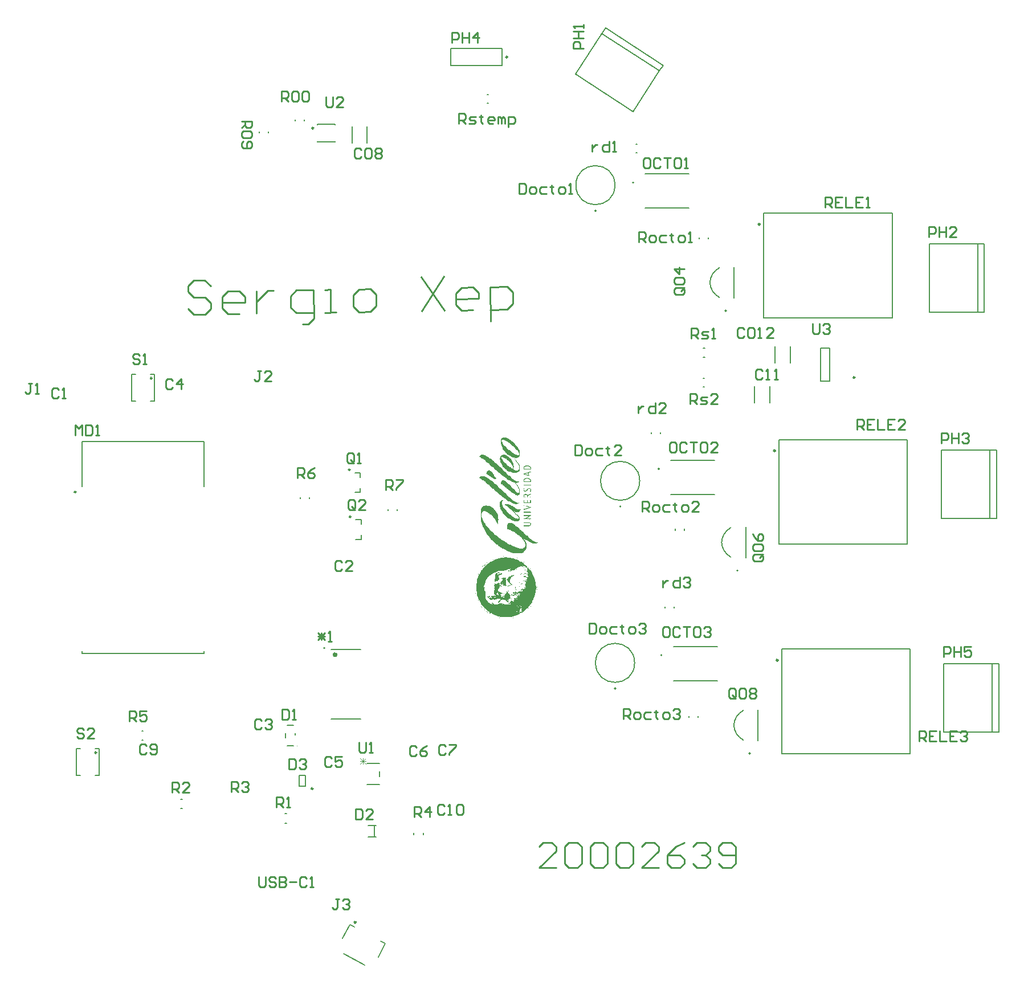
<source format=gto>
G04*
G04 #@! TF.GenerationSoftware,Altium Limited,Altium Designer,25.5.2 (35)*
G04*
G04 Layer_Color=65535*
%FSLAX44Y44*%
%MOMM*%
G71*
G04*
G04 #@! TF.SameCoordinates,1C876D45-0CCD-4BF8-8A60-7BCD78DFC47F*
G04*
G04*
G04 #@! TF.FilePolarity,Positive*
G04*
G01*
G75*
%ADD10C,0.2500*%
%ADD11C,0.1270*%
%ADD12C,0.2000*%
%ADD13C,0.3000*%
%ADD14C,0.1000*%
%ADD15C,0.1524*%
%ADD16C,0.2540*%
%ADD17C,0.0762*%
G36*
X1112590Y895859D02*
X1115579D01*
Y895112D01*
X1117074D01*
Y894365D01*
X1118568D01*
Y893618D01*
X1119316D01*
Y892870D01*
X1120810D01*
Y892123D01*
X1121557D01*
Y891376D01*
X1123052D01*
Y890629D01*
X1123799D01*
Y889881D01*
X1124547D01*
Y889134D01*
X1125294D01*
Y888387D01*
X1126041D01*
Y887639D01*
X1126788D01*
Y886892D01*
X1127535D01*
Y886145D01*
X1128283D01*
Y885398D01*
X1129030D01*
Y884650D01*
X1129777D01*
Y883903D01*
X1130525D01*
Y882409D01*
X1131272D01*
Y881662D01*
X1132019D01*
Y880167D01*
X1132766D01*
Y878672D01*
X1133513D01*
Y877178D01*
X1134261D01*
Y874189D01*
X1135008D01*
Y869705D01*
X1134261D01*
Y868211D01*
X1133513D01*
Y867464D01*
X1132766D01*
Y866716D01*
X1131272D01*
Y865969D01*
X1126788D01*
Y866716D01*
X1123799D01*
Y867464D01*
X1122305D01*
Y868211D01*
X1120810D01*
Y868958D01*
X1119316D01*
Y869705D01*
X1117821D01*
Y870453D01*
X1117074D01*
Y871200D01*
X1116327D01*
Y871947D01*
X1115579D01*
Y872694D01*
X1114832D01*
Y873442D01*
X1113338D01*
Y874936D01*
X1112590D01*
Y875683D01*
X1111843D01*
Y876431D01*
X1111096D01*
Y877178D01*
X1110349D01*
Y878672D01*
X1109601D01*
Y880167D01*
X1108854D01*
Y881662D01*
X1108107D01*
Y883156D01*
X1107360D01*
Y886145D01*
X1106612D01*
Y893618D01*
X1107360D01*
Y895112D01*
X1108854D01*
Y895859D01*
X1110349D01*
Y896607D01*
X1112590D01*
Y895859D01*
D02*
G37*
G36*
X1148459Y854013D02*
X1149953D01*
Y853266D01*
X1150700D01*
Y851771D01*
X1151448D01*
Y848782D01*
X1140239D01*
Y851771D01*
X1140986D01*
Y853266D01*
X1141733D01*
Y854013D01*
X1143228D01*
Y854760D01*
X1148459D01*
Y854013D01*
D02*
G37*
G36*
X1113338Y869705D02*
X1114832D01*
Y868958D01*
X1116327D01*
Y868211D01*
X1117821D01*
Y867464D01*
X1118568D01*
Y866716D01*
X1119316D01*
Y865969D01*
X1120063D01*
Y865222D01*
X1120810D01*
Y864475D01*
X1121557D01*
Y863727D01*
X1122305D01*
Y862980D01*
X1123052D01*
Y861486D01*
X1123799D01*
Y859991D01*
X1124547D01*
Y857749D01*
X1125294D01*
Y854013D01*
X1126041D01*
Y851771D01*
X1125294D01*
Y848782D01*
X1126041D01*
Y848035D01*
X1128283D01*
Y847288D01*
X1132019D01*
Y848035D01*
X1132766D01*
Y848782D01*
X1133513D01*
Y854760D01*
X1132766D01*
Y856255D01*
X1132019D01*
Y857749D01*
X1131272D01*
Y858496D01*
X1130525D01*
Y859244D01*
Y859991D01*
X1129777D01*
Y860738D01*
X1129030D01*
Y862233D01*
X1128283D01*
Y862980D01*
X1127535D01*
Y863727D01*
X1126788D01*
Y864475D01*
X1127535D01*
Y863727D01*
X1128283D01*
Y862980D01*
X1129030D01*
Y862233D01*
X1129777D01*
Y861486D01*
X1130525D01*
Y859991D01*
X1131272D01*
Y859244D01*
X1132019D01*
Y857749D01*
X1132766D01*
Y857002D01*
X1133513D01*
Y855508D01*
X1134261D01*
Y852518D01*
X1135008D01*
Y848782D01*
X1134261D01*
Y846540D01*
X1133513D01*
Y845793D01*
X1132766D01*
Y845046D01*
X1132019D01*
Y844299D01*
X1130525D01*
Y843551D01*
X1123799D01*
Y844299D01*
X1121557D01*
Y845046D01*
X1119316D01*
Y845793D01*
X1117821D01*
Y846540D01*
X1116327D01*
Y847288D01*
X1115579D01*
Y848035D01*
X1114832D01*
Y848782D01*
X1113338D01*
Y849529D01*
X1112590D01*
Y850277D01*
X1111843D01*
Y851024D01*
X1111096D01*
Y851771D01*
X1110349D01*
Y852518D01*
X1109601D01*
Y854013D01*
X1108854D01*
Y854760D01*
X1108107D01*
Y856255D01*
X1107360D01*
Y857749D01*
X1106612D01*
Y859244D01*
X1105865D01*
Y862980D01*
X1105118D01*
Y865969D01*
X1105865D01*
Y868211D01*
X1106612D01*
Y868958D01*
X1107360D01*
Y869705D01*
X1108854D01*
Y870453D01*
X1113338D01*
Y869705D01*
D02*
G37*
G36*
X1151448Y844299D02*
X1149206D01*
Y843551D01*
X1148459D01*
Y840562D01*
X1149206D01*
Y839815D01*
X1151448D01*
Y839068D01*
X1148459D01*
Y839815D01*
X1145470D01*
Y840562D01*
X1143228D01*
Y841310D01*
X1140986D01*
Y842804D01*
X1143228D01*
Y843551D01*
X1146217D01*
Y844299D01*
X1148459D01*
Y845046D01*
X1151448D01*
Y844299D01*
D02*
G37*
G36*
X1089425Y847288D02*
X1090920D01*
Y846540D01*
X1092414D01*
Y845046D01*
X1093162D01*
Y844299D01*
X1093909D01*
Y843551D01*
X1094656D01*
Y842057D01*
X1095404D01*
Y841310D01*
X1096151D01*
Y839815D01*
X1096898D01*
Y838321D01*
X1097645D01*
Y837573D01*
X1098392D01*
Y836826D01*
X1099140D01*
Y836079D01*
X1099887D01*
Y835332D01*
X1099140D01*
Y834584D01*
X1096898D01*
Y835332D01*
X1094656D01*
Y836079D01*
X1093909D01*
Y836826D01*
X1092414D01*
Y837573D01*
X1091667D01*
Y838321D01*
X1090173D01*
Y839068D01*
X1089425D01*
Y839815D01*
X1088678D01*
Y840562D01*
X1087184D01*
Y841310D01*
X1086436D01*
Y842057D01*
X1084942D01*
Y842804D01*
X1085689D01*
Y845046D01*
X1086436D01*
Y846540D01*
X1087184D01*
Y847288D01*
X1088678D01*
Y848035D01*
X1089425D01*
Y847288D01*
D02*
G37*
G36*
X1148459Y835332D02*
X1149953D01*
Y834584D01*
X1150700D01*
Y833837D01*
X1151448D01*
Y830101D01*
X1140239D01*
Y833090D01*
X1140986D01*
Y834584D01*
X1141733D01*
Y835332D01*
X1143228D01*
Y836079D01*
X1148459D01*
Y835332D01*
D02*
G37*
G36*
X1151448Y824870D02*
X1140986D01*
Y825617D01*
X1151448D01*
Y824870D01*
D02*
G37*
G36*
X1149953Y820387D02*
X1150700D01*
Y819639D01*
X1151448D01*
Y815903D01*
X1149953D01*
Y817398D01*
X1150700D01*
Y818892D01*
X1149953D01*
Y819639D01*
X1149206D01*
Y820387D01*
X1148459D01*
Y819639D01*
X1146964D01*
Y818892D01*
X1146217D01*
Y817398D01*
X1145470D01*
Y816650D01*
X1143975D01*
Y815903D01*
X1141733D01*
Y816650D01*
X1140986D01*
Y817398D01*
X1140239D01*
Y820387D01*
X1140986D01*
Y821134D01*
X1141733D01*
Y818892D01*
X1140986D01*
Y818145D01*
X1141733D01*
Y817398D01*
X1142481D01*
Y816650D01*
X1143228D01*
Y817398D01*
X1144722D01*
Y818892D01*
X1145470D01*
Y819639D01*
X1146217D01*
Y820387D01*
X1146964D01*
Y821134D01*
X1149953D01*
Y820387D01*
D02*
G37*
G36*
X1081206Y869705D02*
X1083447D01*
Y868958D01*
X1084942D01*
Y868211D01*
X1086436D01*
Y867464D01*
X1087931D01*
Y866716D01*
X1088678D01*
Y865969D01*
X1090173D01*
Y865222D01*
X1090920D01*
Y864475D01*
X1092414D01*
Y863727D01*
X1093162D01*
Y862980D01*
X1093909D01*
Y862233D01*
X1094656D01*
Y861486D01*
X1096151D01*
Y860738D01*
X1096898D01*
Y859991D01*
X1097645D01*
Y859244D01*
X1098392D01*
Y858496D01*
X1099140D01*
Y857749D01*
X1099887D01*
Y857002D01*
X1100634D01*
Y856255D01*
X1101382D01*
Y855508D01*
X1102876D01*
Y854760D01*
X1103623D01*
Y854013D01*
X1104370D01*
Y853266D01*
X1105118D01*
Y852518D01*
X1105865D01*
Y851771D01*
X1106612D01*
Y851024D01*
X1107360D01*
Y850277D01*
X1108107D01*
Y849529D01*
X1108854D01*
Y848782D01*
X1109601D01*
Y848035D01*
X1110349D01*
Y847288D01*
X1111096D01*
Y846540D01*
X1111843D01*
Y845793D01*
X1112590D01*
Y845046D01*
X1113338D01*
Y844299D01*
X1114085D01*
Y843551D01*
X1114832D01*
Y842804D01*
X1115579D01*
Y842057D01*
X1116327D01*
Y841310D01*
X1117074D01*
Y840562D01*
X1117821D01*
Y839815D01*
X1118568D01*
Y839068D01*
X1120063D01*
Y838321D01*
X1120810D01*
Y837573D01*
X1121557D01*
Y836826D01*
X1122305D01*
Y836079D01*
X1123052D01*
Y835332D01*
X1123799D01*
Y834584D01*
X1125294D01*
Y833837D01*
X1126041D01*
Y833090D01*
X1127535D01*
Y832343D01*
X1128283D01*
Y831595D01*
X1129777D01*
Y830848D01*
X1133513D01*
Y830101D01*
X1132766D01*
Y829354D01*
X1130525D01*
Y828606D01*
X1129030D01*
Y827859D01*
X1129777D01*
Y827112D01*
X1130525D01*
Y826365D01*
Y825617D01*
X1131272D01*
Y824870D01*
X1132019D01*
Y824123D01*
Y823375D01*
X1132766D01*
Y821881D01*
X1133513D01*
Y820387D01*
X1134261D01*
Y817398D01*
X1135008D01*
Y813661D01*
X1134261D01*
Y811419D01*
X1133513D01*
Y810672D01*
X1132019D01*
Y809925D01*
X1130525D01*
Y810672D01*
X1128283D01*
Y811419D01*
X1127535D01*
Y812167D01*
X1126041D01*
Y812914D01*
X1124547D01*
Y813661D01*
X1123799D01*
Y814408D01*
X1123052D01*
Y815156D01*
X1121557D01*
Y815903D01*
X1120810D01*
Y816650D01*
X1120063D01*
Y817398D01*
X1118568D01*
Y818145D01*
X1117821D01*
Y818892D01*
X1117074D01*
Y819639D01*
X1116327D01*
Y820387D01*
X1115579D01*
Y821134D01*
X1114832D01*
Y821881D01*
X1113338D01*
Y822628D01*
X1112590D01*
Y823375D01*
X1111843D01*
Y824123D01*
X1111096D01*
Y824870D01*
X1109601D01*
Y825617D01*
X1108854D01*
Y826365D01*
X1106612D01*
Y830101D01*
X1107360D01*
Y831595D01*
X1108107D01*
Y832343D01*
X1111843D01*
Y831595D01*
X1113338D01*
Y830848D01*
X1114085D01*
Y830101D01*
X1115579D01*
Y829354D01*
X1116327D01*
Y828606D01*
X1117074D01*
Y827859D01*
X1117821D01*
Y827112D01*
X1118568D01*
Y826365D01*
X1119316D01*
Y825617D01*
X1120063D01*
Y824870D01*
X1120810D01*
Y824123D01*
X1121557D01*
Y823375D01*
X1122305D01*
Y822628D01*
X1123052D01*
Y821881D01*
X1123799D01*
Y821134D01*
X1124547D01*
Y820387D01*
X1125294D01*
Y819639D01*
X1126041D01*
Y818892D01*
X1126788D01*
Y818145D01*
X1127535D01*
Y817398D01*
X1128283D01*
Y816650D01*
X1129030D01*
Y815903D01*
X1129777D01*
Y815156D01*
X1130525D01*
Y814408D01*
X1133513D01*
Y819639D01*
X1132766D01*
Y821134D01*
X1132019D01*
Y823375D01*
X1131272D01*
Y824123D01*
X1130525D01*
Y825617D01*
X1129777D01*
Y827112D01*
X1129030D01*
Y827859D01*
X1128283D01*
Y829354D01*
X1125294D01*
Y830101D01*
X1123052D01*
Y830848D01*
X1121557D01*
Y831595D01*
X1120063D01*
Y832343D01*
X1119316D01*
Y833090D01*
X1117821D01*
Y833837D01*
X1116327D01*
Y834584D01*
X1115579D01*
Y835332D01*
X1114832D01*
Y836079D01*
X1113338D01*
Y836826D01*
X1112590D01*
Y837573D01*
X1111096D01*
Y838321D01*
X1110349D01*
Y839068D01*
X1109601D01*
Y839815D01*
X1108107D01*
Y840562D01*
X1107360D01*
Y841310D01*
X1106612D01*
Y842057D01*
X1105865D01*
Y842804D01*
X1105118D01*
Y843551D01*
X1103623D01*
Y844299D01*
X1102876D01*
Y845046D01*
X1102129D01*
Y845793D01*
X1101382D01*
Y846540D01*
X1100634D01*
Y847288D01*
X1099887D01*
Y848035D01*
X1098392D01*
Y848782D01*
X1097645D01*
Y849529D01*
X1096898D01*
Y850277D01*
X1096151D01*
Y851024D01*
X1095404D01*
Y851771D01*
X1094656D01*
Y852518D01*
X1093909D01*
Y853266D01*
X1092414D01*
Y854013D01*
X1091667D01*
Y854760D01*
X1090920D01*
Y855508D01*
X1090173D01*
Y856255D01*
X1089425D01*
Y857002D01*
X1088678D01*
Y857749D01*
X1087931D01*
Y858496D01*
X1087184D01*
Y859244D01*
X1085689D01*
Y859991D01*
X1084942D01*
Y860738D01*
X1084195D01*
Y861486D01*
X1083447D01*
Y862233D01*
X1082700D01*
Y862980D01*
X1081206D01*
Y863727D01*
X1080458D01*
Y864475D01*
X1079711D01*
Y865222D01*
X1078217D01*
Y865969D01*
X1077469D01*
Y866716D01*
X1075975D01*
Y867464D01*
X1074480D01*
Y868211D01*
X1075228D01*
Y868958D01*
X1075975D01*
Y869705D01*
X1077469D01*
Y870453D01*
X1081206D01*
Y869705D01*
D02*
G37*
G36*
X1151448Y811419D02*
X1149953D01*
Y810672D01*
X1148459D01*
Y809925D01*
X1146964D01*
Y809178D01*
X1146217D01*
Y807683D01*
X1149953D01*
Y808430D01*
X1150700D01*
Y807683D01*
X1151448D01*
Y806936D01*
X1140986D01*
Y808430D01*
X1140239D01*
Y809925D01*
X1140986D01*
Y811419D01*
X1142481D01*
Y812167D01*
X1144722D01*
Y811419D01*
X1146217D01*
Y810672D01*
X1147711D01*
Y811419D01*
X1149206D01*
Y812167D01*
X1151448D01*
Y811419D01*
D02*
G37*
G36*
Y798716D02*
X1140986D01*
Y799463D01*
X1140239D01*
Y800211D01*
X1140986D01*
Y802452D01*
X1140239D01*
Y803200D01*
X1141733D01*
Y799463D01*
X1145470D01*
Y803200D01*
X1146217D01*
Y799463D01*
X1149953D01*
Y803200D01*
X1151448D01*
Y798716D01*
D02*
G37*
G36*
X1133513D02*
X1132766D01*
Y799463D01*
X1133513D01*
Y798716D01*
D02*
G37*
G36*
X1082700Y837573D02*
X1084942D01*
Y836826D01*
X1086436D01*
Y836079D01*
X1087184D01*
Y835332D01*
X1088678D01*
Y834584D01*
X1089425D01*
Y833837D01*
X1090920D01*
Y833090D01*
X1091667D01*
Y832343D01*
X1092414D01*
Y831595D01*
X1093909D01*
Y830848D01*
X1094656D01*
Y830101D01*
X1095404D01*
Y829354D01*
X1096151D01*
Y828606D01*
X1096898D01*
Y827859D01*
X1098392D01*
Y827112D01*
X1099140D01*
Y826365D01*
X1099887D01*
Y825617D01*
X1100634D01*
Y824870D01*
X1101382D01*
Y824123D01*
X1102129D01*
Y823375D01*
X1102876D01*
Y822628D01*
X1103623D01*
Y821881D01*
X1104370D01*
Y821134D01*
X1105118D01*
Y820387D01*
X1105865D01*
Y819639D01*
X1106612D01*
Y818892D01*
X1107360D01*
Y818145D01*
X1108107D01*
Y817398D01*
X1109601D01*
Y816650D01*
X1110349D01*
Y815903D01*
X1111096D01*
Y815156D01*
X1111843D01*
Y814408D01*
X1112590D01*
Y813661D01*
X1113338D01*
Y812914D01*
X1114085D01*
Y812167D01*
X1114832D01*
Y811419D01*
X1115579D01*
Y810672D01*
X1116327D01*
Y809925D01*
X1117074D01*
Y809178D01*
X1117821D01*
Y808430D01*
X1118568D01*
Y807683D01*
X1119316D01*
Y806936D01*
X1120063D01*
Y806189D01*
X1120810D01*
Y805441D01*
X1122305D01*
Y804694D01*
X1123052D01*
Y803947D01*
X1123799D01*
Y803200D01*
X1124547D01*
Y802452D01*
X1126041D01*
Y801705D01*
X1126788D01*
Y800958D01*
X1128283D01*
Y800211D01*
X1129777D01*
Y799463D01*
X1131272D01*
Y798716D01*
X1132766D01*
Y797969D01*
X1131272D01*
Y797222D01*
X1126788D01*
Y797969D01*
X1124547D01*
Y798716D01*
X1123052D01*
Y799463D01*
X1121557D01*
Y800211D01*
X1120063D01*
Y800958D01*
X1118568D01*
Y801705D01*
X1117074D01*
Y802452D01*
X1116327D01*
Y803200D01*
X1115579D01*
Y803947D01*
X1114085D01*
Y804694D01*
X1113338D01*
Y805441D01*
X1111843D01*
Y806189D01*
X1111096D01*
Y806936D01*
X1110349D01*
Y807683D01*
X1108854D01*
Y808430D01*
X1108107D01*
Y809178D01*
X1107360D01*
Y809925D01*
X1106612D01*
Y810672D01*
X1105118D01*
Y811419D01*
X1104370D01*
Y812167D01*
X1103623D01*
Y812914D01*
X1102876D01*
Y813661D01*
X1102129D01*
Y814408D01*
X1101382D01*
Y815156D01*
X1100634D01*
Y815903D01*
X1099140D01*
Y816650D01*
X1098392D01*
Y817398D01*
X1097645D01*
Y818145D01*
X1096898D01*
Y818892D01*
X1096151D01*
Y819639D01*
X1095404D01*
Y820387D01*
X1093909D01*
Y821134D01*
X1093162D01*
Y821881D01*
X1092414D01*
Y822628D01*
X1091667D01*
Y823375D01*
X1090920D01*
Y824123D01*
X1090173D01*
Y824870D01*
X1089425D01*
Y825617D01*
X1087931D01*
Y826365D01*
X1087184D01*
Y827112D01*
X1086436D01*
Y827859D01*
X1085689D01*
Y828606D01*
X1084942D01*
Y829354D01*
X1084195D01*
Y830101D01*
X1083447D01*
Y830848D01*
X1081953D01*
Y831595D01*
X1081206D01*
Y832343D01*
X1080458D01*
Y833090D01*
X1078964D01*
Y833837D01*
X1078217D01*
Y834584D01*
X1076722D01*
Y835332D01*
X1075228D01*
Y836079D01*
X1074480D01*
Y836826D01*
X1075228D01*
Y837573D01*
X1075975D01*
Y838321D01*
X1082700D01*
Y837573D01*
D02*
G37*
G36*
X1141733Y794980D02*
X1144722D01*
Y794232D01*
X1146964D01*
Y793485D01*
X1149206D01*
Y792738D01*
X1151448D01*
Y791991D01*
X1149953D01*
Y791244D01*
X1147711D01*
Y790496D01*
X1144722D01*
Y789749D01*
X1142481D01*
Y789002D01*
X1140239D01*
Y789749D01*
X1140986D01*
Y790496D01*
X1143975D01*
Y791244D01*
X1146217D01*
Y791991D01*
X1149206D01*
Y792738D01*
X1146217D01*
Y793485D01*
X1143975D01*
Y794232D01*
X1140986D01*
Y794980D01*
X1140239D01*
Y795727D01*
X1141733D01*
Y794980D01*
D02*
G37*
G36*
X1110349Y802452D02*
X1109601D01*
Y801705D01*
X1108107D01*
Y796474D01*
X1108854D01*
Y794980D01*
X1109601D01*
Y793485D01*
X1110349D01*
Y791991D01*
X1111096D01*
Y791244D01*
X1111843D01*
Y790496D01*
X1112590D01*
Y789749D01*
X1113338D01*
Y788254D01*
X1114085D01*
Y787507D01*
X1114832D01*
Y786760D01*
X1115579D01*
Y786013D01*
X1116327D01*
Y785266D01*
X1117074D01*
Y784518D01*
X1117821D01*
Y783771D01*
X1118568D01*
Y783024D01*
X1119316D01*
Y782276D01*
X1120063D01*
Y781529D01*
X1120810D01*
Y780782D01*
X1122305D01*
Y780035D01*
X1123052D01*
Y779287D01*
X1123799D01*
Y778540D01*
X1125294D01*
Y777793D01*
X1126041D01*
Y777046D01*
X1127535D01*
Y776298D01*
X1129030D01*
Y775551D01*
X1131272D01*
Y774804D01*
X1132019D01*
Y775551D01*
X1133513D01*
Y777046D01*
X1132766D01*
Y778540D01*
X1132019D01*
Y779287D01*
X1131272D01*
Y780035D01*
X1130525D01*
Y780782D01*
X1129777D01*
Y781529D01*
X1129030D01*
Y782276D01*
X1128283D01*
Y783024D01*
X1127535D01*
Y783771D01*
X1126788D01*
Y784518D01*
X1126041D01*
Y785266D01*
X1125294D01*
Y786013D01*
X1124547D01*
Y786760D01*
X1123799D01*
Y787507D01*
X1123052D01*
Y788254D01*
X1122305D01*
Y789002D01*
X1121557D01*
Y789749D01*
X1120063D01*
Y790496D01*
X1119316D01*
Y791244D01*
X1118568D01*
Y791991D01*
X1117821D01*
Y792738D01*
X1117074D01*
Y793485D01*
X1116327D01*
Y794232D01*
X1115579D01*
Y794980D01*
X1114085D01*
Y795727D01*
X1112590D01*
Y797222D01*
X1118568D01*
Y796474D01*
X1120810D01*
Y795727D01*
X1121557D01*
Y794980D01*
X1123052D01*
Y794232D01*
X1124547D01*
Y793485D01*
X1125294D01*
Y792738D01*
X1126788D01*
Y791991D01*
X1128283D01*
Y791244D01*
X1129030D01*
Y790496D01*
X1130525D01*
Y789749D01*
X1136503D01*
Y789002D01*
X1135755D01*
Y787507D01*
X1135008D01*
Y786760D01*
X1134261D01*
Y786013D01*
X1133513D01*
Y785266D01*
X1128283D01*
Y786013D01*
X1126788D01*
Y786760D01*
X1126041D01*
Y786013D01*
X1126788D01*
Y785266D01*
X1127535D01*
Y784518D01*
X1128283D01*
Y783771D01*
X1129030D01*
Y783024D01*
X1129777D01*
Y782276D01*
X1130525D01*
Y781529D01*
X1131272D01*
Y780782D01*
X1132019D01*
Y780035D01*
X1132766D01*
Y779287D01*
X1133513D01*
Y777793D01*
X1134261D01*
Y773309D01*
X1133513D01*
Y772562D01*
X1132766D01*
Y771815D01*
X1126041D01*
Y772562D01*
X1123799D01*
Y773309D01*
X1122305D01*
Y774057D01*
X1120810D01*
Y774804D01*
X1119316D01*
Y775551D01*
X1118568D01*
Y776298D01*
X1117074D01*
Y777046D01*
X1116327D01*
Y777793D01*
X1115579D01*
Y778540D01*
X1114085D01*
Y779287D01*
X1113338D01*
Y780035D01*
X1112590D01*
Y780782D01*
X1111843D01*
Y781529D01*
X1111096D01*
Y783024D01*
X1110349D01*
Y783771D01*
X1109601D01*
Y784518D01*
X1108854D01*
Y786013D01*
X1108107D01*
Y786760D01*
X1107360D01*
Y788254D01*
X1106612D01*
Y789749D01*
X1105865D01*
Y792738D01*
X1105118D01*
Y800211D01*
X1105865D01*
Y801705D01*
X1106612D01*
Y802452D01*
X1107360D01*
Y803200D01*
X1110349D01*
Y802452D01*
D02*
G37*
G36*
X1150700Y785266D02*
X1151448D01*
Y784518D01*
X1140986D01*
Y786013D01*
X1150700D01*
Y785266D01*
D02*
G37*
G36*
X1151448Y780035D02*
X1150700D01*
Y779287D01*
X1149206D01*
Y778540D01*
X1148459D01*
Y777793D01*
X1146964D01*
Y777046D01*
X1145470D01*
Y776298D01*
X1143975D01*
Y775551D01*
X1151448D01*
Y774804D01*
X1149953D01*
Y774057D01*
X1149206D01*
Y774804D01*
X1140986D01*
Y775551D01*
X1142481D01*
Y776298D01*
X1143228D01*
Y777046D01*
X1144722D01*
Y777793D01*
X1146217D01*
Y778540D01*
X1147711D01*
Y780035D01*
X1146964D01*
Y779287D01*
X1140986D01*
Y780782D01*
X1151448D01*
Y780035D01*
D02*
G37*
G36*
X1085689Y794980D02*
X1089425D01*
Y794232D01*
X1090920D01*
Y793485D01*
X1092414D01*
Y792738D01*
X1093162D01*
Y791991D01*
X1094656D01*
Y791244D01*
X1095404D01*
Y790496D01*
X1096151D01*
Y789749D01*
X1096898D01*
Y789002D01*
X1097645D01*
Y788254D01*
X1098392D01*
Y786760D01*
X1099140D01*
Y786013D01*
X1099887D01*
Y784518D01*
X1100634D01*
Y783771D01*
X1101382D01*
Y781529D01*
X1102129D01*
Y779287D01*
X1102876D01*
Y774804D01*
X1103623D01*
Y773309D01*
X1102876D01*
Y768826D01*
X1102129D01*
Y767331D01*
X1101382D01*
Y768826D01*
X1100634D01*
Y770320D01*
X1099887D01*
Y771815D01*
X1099140D01*
Y773309D01*
X1098392D01*
Y774804D01*
X1097645D01*
Y775551D01*
X1096898D01*
Y776298D01*
X1096151D01*
Y777046D01*
X1095404D01*
Y777793D01*
X1094656D01*
Y779287D01*
X1093909D01*
Y780035D01*
X1093162D01*
Y780782D01*
X1092414D01*
Y781529D01*
X1090920D01*
Y782276D01*
X1090173D01*
Y783024D01*
X1089425D01*
Y783771D01*
X1087931D01*
Y784518D01*
X1087184D01*
Y785266D01*
X1085689D01*
Y786013D01*
X1083447D01*
Y786760D01*
X1080458D01*
Y786013D01*
X1079711D01*
Y785266D01*
X1078964D01*
Y783771D01*
X1078217D01*
Y777793D01*
X1078964D01*
Y775551D01*
X1079711D01*
Y773309D01*
X1080458D01*
Y771815D01*
X1081206D01*
Y770320D01*
X1081953D01*
Y769573D01*
X1082700D01*
Y768079D01*
X1083447D01*
Y767331D01*
X1084195D01*
Y765837D01*
X1084942D01*
Y765089D01*
X1085689D01*
Y764342D01*
X1086436D01*
Y762848D01*
X1087184D01*
Y762101D01*
X1087931D01*
Y761353D01*
X1088678D01*
Y760606D01*
X1089425D01*
Y759859D01*
X1090173D01*
Y759111D01*
X1090920D01*
Y758364D01*
X1091667D01*
Y757617D01*
X1092414D01*
Y756870D01*
X1093162D01*
Y756123D01*
X1093909D01*
Y755375D01*
X1094656D01*
Y754628D01*
X1095404D01*
Y753881D01*
X1096151D01*
Y753133D01*
X1096898D01*
Y752386D01*
X1097645D01*
Y751639D01*
X1099140D01*
Y750892D01*
X1099887D01*
Y750144D01*
X1100634D01*
Y749397D01*
X1101382D01*
Y748650D01*
X1102876D01*
Y747903D01*
X1103623D01*
Y747155D01*
X1104370D01*
Y746408D01*
X1105865D01*
Y745661D01*
X1106612D01*
Y744914D01*
X1107360D01*
Y744166D01*
X1108854D01*
Y743419D01*
X1109601D01*
Y742672D01*
X1111096D01*
Y741925D01*
X1112590D01*
Y741177D01*
X1113338D01*
Y740430D01*
X1114832D01*
Y739683D01*
X1116327D01*
Y738936D01*
X1117074D01*
Y738188D01*
X1118568D01*
Y737441D01*
X1120063D01*
Y736694D01*
X1121557D01*
Y735947D01*
X1123052D01*
Y735199D01*
X1124547D01*
Y734452D01*
X1126788D01*
Y733705D01*
X1129030D01*
Y732958D01*
X1131272D01*
Y732210D01*
X1133513D01*
Y731463D01*
X1139492D01*
Y732210D01*
X1140986D01*
Y732958D01*
X1142481D01*
Y734452D01*
X1143228D01*
Y738936D01*
X1142481D01*
Y741177D01*
X1141733D01*
Y741925D01*
X1140986D01*
Y743419D01*
X1140239D01*
Y744166D01*
X1139492D01*
Y744914D01*
X1138744D01*
Y745661D01*
X1137997D01*
Y747155D01*
X1137250D01*
Y747903D01*
X1136503D01*
Y748650D01*
X1135008D01*
Y749397D01*
X1134261D01*
Y750144D01*
X1133513D01*
Y750892D01*
X1132766D01*
Y751639D01*
X1131272D01*
Y752386D01*
X1130525D01*
Y753133D01*
X1129777D01*
Y753881D01*
X1128283D01*
Y754628D01*
X1127535D01*
Y755375D01*
X1126041D01*
Y756123D01*
X1125294D01*
Y756870D01*
X1123799D01*
Y757617D01*
X1122305D01*
Y758364D01*
X1120810D01*
Y759111D01*
X1118568D01*
Y759859D01*
X1116327D01*
Y766584D01*
X1117074D01*
Y768079D01*
X1117821D01*
Y768826D01*
X1118568D01*
Y769573D01*
X1122305D01*
Y768826D01*
X1123799D01*
Y768079D01*
X1125294D01*
Y767331D01*
X1126041D01*
Y766584D01*
X1127535D01*
Y765837D01*
X1128283D01*
Y765089D01*
X1129030D01*
Y764342D01*
X1130525D01*
Y763595D01*
X1131272D01*
Y762848D01*
X1132019D01*
Y762101D01*
X1132766D01*
Y761353D01*
X1133513D01*
Y760606D01*
X1134261D01*
Y759859D01*
X1135008D01*
Y759111D01*
X1136503D01*
Y758364D01*
X1137250D01*
Y757617D01*
X1137997D01*
Y756870D01*
X1138744D01*
Y756123D01*
X1139492D01*
Y755375D01*
X1140239D01*
Y754628D01*
X1140986D01*
Y753881D01*
X1141733D01*
Y753133D01*
X1142481D01*
Y752386D01*
X1143228D01*
Y751639D01*
X1143975D01*
Y750892D01*
X1144722D01*
Y750144D01*
X1146217D01*
Y749397D01*
X1146964D01*
Y748650D01*
X1147711D01*
Y747903D01*
X1148459D01*
Y747155D01*
X1149206D01*
Y746408D01*
X1149953D01*
Y745661D01*
X1151448D01*
Y744914D01*
X1152195D01*
Y744166D01*
X1152942D01*
Y743419D01*
X1153689D01*
Y742672D01*
X1155184D01*
Y741925D01*
X1156678D01*
Y741177D01*
X1158173D01*
Y740430D01*
X1161909D01*
Y739683D01*
X1160415D01*
Y738936D01*
X1153689D01*
Y739683D01*
X1151448D01*
Y740430D01*
X1149953D01*
Y741177D01*
X1148459D01*
Y741925D01*
X1146964D01*
Y742672D01*
X1145470D01*
Y743419D01*
X1143975D01*
Y744166D01*
X1143228D01*
Y744914D01*
X1141733D01*
Y745661D01*
X1140986D01*
Y744914D01*
X1141733D01*
Y743419D01*
X1142481D01*
Y742672D01*
X1143228D01*
Y741177D01*
X1143975D01*
Y739683D01*
X1144722D01*
Y731463D01*
X1143975D01*
Y729221D01*
X1143228D01*
Y728474D01*
X1142481D01*
Y727727D01*
X1141733D01*
Y726980D01*
X1140986D01*
Y726232D01*
X1140239D01*
Y725485D01*
X1138744D01*
Y724738D01*
X1136503D01*
Y723990D01*
X1126788D01*
Y724738D01*
X1123799D01*
Y725485D01*
X1120810D01*
Y726232D01*
X1119316D01*
Y726980D01*
X1117074D01*
Y727727D01*
X1115579D01*
Y728474D01*
X1114085D01*
Y729221D01*
X1112590D01*
Y729968D01*
X1111096D01*
Y730716D01*
X1109601D01*
Y731463D01*
X1108107D01*
Y732210D01*
X1107360D01*
Y732958D01*
X1105865D01*
Y733705D01*
X1105118D01*
Y734452D01*
X1103623D01*
Y735199D01*
X1102876D01*
Y735947D01*
X1102129D01*
Y736694D01*
X1100634D01*
Y737441D01*
X1099887D01*
Y738188D01*
X1099140D01*
Y738936D01*
X1098392D01*
Y739683D01*
X1097645D01*
Y740430D01*
X1096151D01*
Y741177D01*
X1095404D01*
Y741925D01*
X1094656D01*
Y742672D01*
X1093909D01*
Y743419D01*
X1093162D01*
Y744166D01*
X1092414D01*
Y744914D01*
X1091667D01*
Y746408D01*
X1090920D01*
Y747155D01*
X1090173D01*
Y747903D01*
X1089425D01*
Y748650D01*
X1088678D01*
Y749397D01*
X1087931D01*
Y750892D01*
X1087184D01*
Y751639D01*
X1086436D01*
Y752386D01*
X1085689D01*
Y753881D01*
X1084942D01*
Y755375D01*
X1084195D01*
Y756123D01*
X1083447D01*
Y757617D01*
X1082700D01*
Y759111D01*
X1081953D01*
Y760606D01*
X1081206D01*
Y762101D01*
X1080458D01*
Y763595D01*
X1079711D01*
Y765837D01*
X1078964D01*
Y768079D01*
X1078217D01*
Y771068D01*
X1077469D01*
Y774804D01*
X1076722D01*
Y788254D01*
X1077469D01*
Y790496D01*
X1078217D01*
Y791991D01*
X1078964D01*
Y792738D01*
X1079711D01*
Y793485D01*
X1080458D01*
Y794232D01*
X1081206D01*
Y794980D01*
X1084195D01*
Y795727D01*
X1085689D01*
Y794980D01*
D02*
G37*
G36*
X1149953Y769573D02*
X1150700D01*
Y768826D01*
X1151448D01*
Y766584D01*
X1150700D01*
Y765089D01*
X1149206D01*
Y764342D01*
X1140986D01*
Y765837D01*
X1149953D01*
Y767331D01*
X1150700D01*
Y768079D01*
X1149953D01*
Y768826D01*
X1149206D01*
Y769573D01*
X1140239D01*
Y770320D01*
X1149953D01*
Y769573D01*
D02*
G37*
G36*
X1111096Y719507D02*
X1110349D01*
Y720254D01*
X1111096D01*
Y719507D01*
D02*
G37*
G36*
X1131272Y716518D02*
X1130525D01*
Y717265D01*
X1131272D01*
Y716518D01*
D02*
G37*
G36*
X1135008Y714276D02*
X1134261D01*
Y715023D01*
X1135008D01*
Y714276D01*
D02*
G37*
G36*
X1095404D02*
X1094656D01*
Y715023D01*
X1095404D01*
Y714276D01*
D02*
G37*
G36*
X1141733Y710540D02*
X1140986D01*
Y711287D01*
X1141733D01*
Y710540D01*
D02*
G37*
G36*
X1086436Y709793D02*
X1085689D01*
Y710540D01*
X1086436D01*
Y709793D01*
D02*
G37*
G36*
X1084195Y708298D02*
X1084942D01*
Y707551D01*
X1084195D01*
Y708298D01*
X1083447D01*
Y709045D01*
X1084195D01*
Y708298D01*
D02*
G37*
G36*
X1082700Y706804D02*
X1083447D01*
Y706056D01*
X1082700D01*
Y706804D01*
X1081953D01*
Y707551D01*
X1082700D01*
Y706804D01*
D02*
G37*
G36*
X1081953Y706056D02*
X1081206D01*
Y706804D01*
X1081953D01*
Y706056D01*
D02*
G37*
G36*
X1148459Y705309D02*
X1147711D01*
Y706056D01*
X1148459D01*
Y705309D01*
D02*
G37*
G36*
X1147711Y704562D02*
X1146964D01*
Y705309D01*
X1147711D01*
Y704562D01*
D02*
G37*
G36*
X1116327Y717265D02*
X1121557D01*
Y716518D01*
X1126041D01*
Y715771D01*
X1128283D01*
Y715023D01*
X1131272D01*
Y714276D01*
X1132766D01*
Y713529D01*
X1133513D01*
Y712782D01*
X1135008D01*
Y712034D01*
X1136503D01*
Y711287D01*
X1137997D01*
Y710540D01*
X1138744D01*
Y709793D01*
X1140239D01*
Y709045D01*
X1140986D01*
Y708298D01*
X1141733D01*
Y707551D01*
X1142481D01*
Y706804D01*
X1143975D01*
Y706056D01*
X1144722D01*
Y704562D01*
X1145470D01*
Y702320D01*
X1146217D01*
Y701573D01*
X1146964D01*
Y702320D01*
X1146217D01*
Y703067D01*
X1146964D01*
Y702320D01*
X1148459D01*
Y700826D01*
X1149206D01*
Y700078D01*
X1149953D01*
Y699331D01*
X1150700D01*
Y698584D01*
X1151448D01*
Y697089D01*
X1152195D01*
Y695595D01*
X1152942D01*
Y694100D01*
X1153689D01*
Y692606D01*
X1154437D01*
Y691111D01*
X1155184D01*
Y689617D01*
X1155931D01*
Y688122D01*
X1156678D01*
Y685133D01*
X1157426D01*
Y682144D01*
X1158173D01*
Y676166D01*
X1158920D01*
Y673177D01*
X1159668D01*
Y672430D01*
X1158920D01*
Y670188D01*
X1158173D01*
Y664957D01*
X1157426D01*
Y661968D01*
X1156678D01*
Y658979D01*
X1155931D01*
Y657485D01*
X1155184D01*
Y655243D01*
X1154437D01*
Y653748D01*
X1153689D01*
Y652254D01*
X1152942D01*
Y650759D01*
X1152195D01*
Y650012D01*
X1151448D01*
Y648518D01*
X1150700D01*
Y647770D01*
X1149953D01*
Y646276D01*
X1149206D01*
Y645529D01*
X1148459D01*
Y644781D01*
X1147711D01*
Y644034D01*
X1146964D01*
Y643287D01*
X1146217D01*
Y642540D01*
X1147711D01*
Y641792D01*
X1146217D01*
Y642540D01*
X1145470D01*
Y641792D01*
X1144722D01*
Y641045D01*
X1143975D01*
Y640298D01*
X1143228D01*
Y639551D01*
X1142481D01*
Y638803D01*
X1141733D01*
Y638056D01*
X1140239D01*
Y637309D01*
X1138744D01*
Y635814D01*
X1137997D01*
Y636562D01*
X1137250D01*
Y635814D01*
X1136503D01*
Y635067D01*
X1135008D01*
Y634320D01*
X1134261D01*
Y633573D01*
X1132766D01*
Y632825D01*
X1131272D01*
Y632078D01*
X1129030D01*
Y631331D01*
X1126041D01*
Y630583D01*
X1123799D01*
Y629836D01*
X1119316D01*
Y629089D01*
X1109601D01*
Y629836D01*
X1105118D01*
Y630583D01*
X1101382D01*
Y631331D01*
X1099887D01*
Y632078D01*
X1097645D01*
Y632825D01*
X1095404D01*
Y633573D01*
X1093909D01*
Y634320D01*
X1093162D01*
Y635067D01*
X1091667D01*
Y635814D01*
X1090173D01*
Y636562D01*
X1089425D01*
Y637309D01*
X1088678D01*
Y638056D01*
X1087184D01*
Y638803D01*
X1086436D01*
Y639551D01*
X1085689D01*
Y640298D01*
X1084942D01*
Y641045D01*
X1083447D01*
Y641792D01*
X1082700D01*
Y642540D01*
X1081953D01*
Y644034D01*
X1081206D01*
Y644781D01*
X1080458D01*
Y645529D01*
X1079711D01*
Y646276D01*
X1078964D01*
Y647023D01*
X1078217D01*
Y648518D01*
X1077469D01*
Y649265D01*
X1076722D01*
Y650759D01*
X1075975D01*
Y652254D01*
X1075228D01*
Y653748D01*
X1074480D01*
Y655243D01*
X1073733D01*
Y656737D01*
X1072986D01*
Y658979D01*
X1072238D01*
Y661221D01*
X1071491D01*
Y663463D01*
X1070744D01*
Y667199D01*
X1069997D01*
Y679155D01*
X1070744D01*
Y682891D01*
X1071491D01*
Y685880D01*
X1072238D01*
Y688122D01*
X1072986D01*
Y690364D01*
X1073733D01*
Y692606D01*
X1074480D01*
Y693353D01*
X1075228D01*
Y694847D01*
X1075975D01*
Y696342D01*
X1076722D01*
Y697089D01*
X1077469D01*
Y698584D01*
X1078217D01*
Y699331D01*
X1078964D01*
Y700078D01*
X1079711D01*
Y701573D01*
X1080458D01*
Y702320D01*
X1081206D01*
Y703067D01*
X1081953D01*
Y703814D01*
X1082700D01*
Y704562D01*
X1081953D01*
Y705309D01*
X1082700D01*
Y704562D01*
X1083447D01*
Y705309D01*
X1084195D01*
Y706056D01*
X1084942D01*
Y706804D01*
X1085689D01*
Y707551D01*
X1086436D01*
Y708298D01*
X1087184D01*
Y709045D01*
X1088678D01*
Y709793D01*
X1089425D01*
Y710540D01*
X1090920D01*
Y711287D01*
X1091667D01*
Y712034D01*
X1093162D01*
Y712782D01*
X1094656D01*
Y713529D01*
X1096151D01*
Y714276D01*
X1097645D01*
Y715023D01*
X1099887D01*
Y715771D01*
X1102876D01*
Y716518D01*
X1105865D01*
Y717265D01*
X1111843D01*
Y718012D01*
X1116327D01*
Y717265D01*
D02*
G37*
G36*
X1080458Y704562D02*
X1079711D01*
Y705309D01*
X1080458D01*
Y704562D01*
D02*
G37*
G36*
X1079711Y703814D02*
X1078964D01*
Y704562D01*
X1079711D01*
Y703814D01*
D02*
G37*
G36*
X1150700Y700826D02*
X1149953D01*
Y701573D01*
X1150700D01*
Y700826D01*
D02*
G37*
G36*
X1153689Y698584D02*
X1152942D01*
Y699331D01*
X1153689D01*
Y698584D01*
D02*
G37*
G36*
X1073733Y693353D02*
X1072986D01*
Y694100D01*
X1073733D01*
Y693353D01*
D02*
G37*
G36*
X1161162Y673177D02*
X1160415D01*
Y674672D01*
X1161162D01*
Y673177D01*
D02*
G37*
G36*
Y670188D02*
X1160415D01*
Y670935D01*
X1161162D01*
Y670188D01*
D02*
G37*
G36*
X1069249Y664210D02*
X1068502D01*
Y664957D01*
X1069249D01*
Y664210D01*
D02*
G37*
G36*
X1072986Y654496D02*
X1073733D01*
Y653748D01*
X1072986D01*
Y654496D01*
X1072238D01*
Y655243D01*
X1072986D01*
Y654496D01*
D02*
G37*
G36*
X1151448Y644781D02*
X1150700D01*
Y645529D01*
X1151448D01*
Y644781D01*
D02*
G37*
G36*
X1078217D02*
X1077469D01*
Y645529D01*
X1078217D01*
Y644781D01*
D02*
G37*
G36*
X1078964Y643287D02*
X1078217D01*
Y644034D01*
X1078964D01*
Y643287D01*
D02*
G37*
G36*
X1148459Y642540D02*
X1147711D01*
Y643287D01*
X1148459D01*
Y642540D01*
D02*
G37*
G36*
X1082700Y639551D02*
X1081953D01*
Y640298D01*
X1082700D01*
Y639551D01*
D02*
G37*
G36*
X1087184Y637309D02*
X1086436D01*
Y638056D01*
X1087184D01*
Y637309D01*
D02*
G37*
G36*
X1085689D02*
X1084942D01*
Y638056D01*
X1085689D01*
Y637309D01*
D02*
G37*
G36*
X1087184Y635814D02*
X1086436D01*
Y636562D01*
X1087184D01*
Y635814D01*
D02*
G37*
G36*
X1091667Y634320D02*
X1090173D01*
Y635067D01*
X1091667D01*
Y634320D01*
D02*
G37*
G36*
X1129030Y629089D02*
X1128283D01*
Y629836D01*
X1129030D01*
Y629089D01*
D02*
G37*
G36*
X1125294Y627594D02*
X1124547D01*
Y628342D01*
X1125294D01*
Y627594D01*
D02*
G37*
G36*
X1105118D02*
X1104370D01*
Y628342D01*
X1105118D01*
Y627594D01*
D02*
G37*
%LPC*%
G36*
X1111843Y892870D02*
X1108107D01*
Y892123D01*
X1107360D01*
Y890629D01*
X1108107D01*
Y889134D01*
X1108854D01*
Y887639D01*
X1109601D01*
Y886892D01*
X1110349D01*
Y885398D01*
X1111096D01*
Y884650D01*
X1111843D01*
Y883903D01*
X1112590D01*
Y883156D01*
X1113338D01*
Y882409D01*
X1114085D01*
Y881662D01*
X1114832D01*
Y880914D01*
X1115579D01*
Y880167D01*
X1116327D01*
Y879420D01*
X1117074D01*
Y878672D01*
X1117821D01*
Y877925D01*
X1118568D01*
Y877178D01*
X1120063D01*
Y876431D01*
X1120810D01*
Y875683D01*
X1121557D01*
Y874936D01*
X1123052D01*
Y874189D01*
X1123799D01*
Y873442D01*
X1125294D01*
Y872694D01*
X1126041D01*
Y871947D01*
X1127535D01*
Y871200D01*
X1129030D01*
Y870453D01*
X1130525D01*
Y869705D01*
X1133513D01*
Y873442D01*
X1132766D01*
Y874936D01*
X1132019D01*
Y876431D01*
X1131272D01*
Y877178D01*
X1130525D01*
Y877925D01*
X1129777D01*
Y878672D01*
X1129030D01*
Y879420D01*
X1128283D01*
Y880167D01*
X1127535D01*
Y880914D01*
X1126788D01*
Y881662D01*
X1126041D01*
Y882409D01*
X1125294D01*
Y883156D01*
X1124547D01*
Y883903D01*
X1123799D01*
Y884650D01*
X1123052D01*
Y885398D01*
X1121557D01*
Y886145D01*
X1120810D01*
Y886892D01*
X1120063D01*
Y887639D01*
X1119316D01*
Y888387D01*
X1117821D01*
Y889134D01*
X1117074D01*
Y889881D01*
X1115579D01*
Y890629D01*
X1114832D01*
Y891376D01*
X1113338D01*
Y892123D01*
X1111843D01*
Y892870D01*
D02*
G37*
G36*
X1146964Y854013D02*
X1146217D01*
Y853266D01*
X1145470D01*
Y854013D01*
X1144722D01*
Y853266D01*
X1142481D01*
Y852518D01*
X1141733D01*
Y849529D01*
X1150700D01*
Y851024D01*
X1149953D01*
Y852518D01*
X1149206D01*
Y853266D01*
X1146964D01*
Y854013D01*
D02*
G37*
G36*
X1109601Y867464D02*
X1107360D01*
Y865222D01*
X1108107D01*
Y863727D01*
X1108854D01*
Y862980D01*
X1109601D01*
Y862233D01*
X1110349D01*
Y860738D01*
X1111096D01*
Y859991D01*
X1111843D01*
Y859244D01*
X1112590D01*
Y858496D01*
X1113338D01*
Y857749D01*
X1114085D01*
Y857002D01*
X1114832D01*
Y856255D01*
X1115579D01*
Y855508D01*
X1116327D01*
Y854760D01*
X1117074D01*
Y854013D01*
X1118568D01*
Y853266D01*
X1119316D01*
Y852518D01*
X1120063D01*
Y851771D01*
X1121557D01*
Y851024D01*
X1122305D01*
Y850277D01*
X1123799D01*
Y849529D01*
X1124547D01*
Y854013D01*
X1123799D01*
Y855508D01*
X1123052D01*
Y856255D01*
X1122305D01*
Y857002D01*
X1121557D01*
Y858496D01*
X1120810D01*
Y859244D01*
X1120063D01*
Y859991D01*
X1119316D01*
Y860738D01*
X1118568D01*
Y861486D01*
X1117821D01*
Y862233D01*
X1116327D01*
Y862980D01*
X1115579D01*
Y863727D01*
X1114832D01*
Y864475D01*
X1113338D01*
Y865222D01*
X1112590D01*
Y865969D01*
X1111096D01*
Y866716D01*
X1109601D01*
Y867464D01*
D02*
G37*
G36*
X1146964Y842804D02*
X1143975D01*
Y842057D01*
X1143228D01*
Y841310D01*
X1146217D01*
Y840562D01*
X1146964D01*
Y842804D01*
D02*
G37*
G36*
X1147711Y835332D02*
X1143975D01*
Y834584D01*
X1142481D01*
Y833837D01*
X1141733D01*
Y830848D01*
X1149953D01*
Y831595D01*
X1150700D01*
Y832343D01*
X1149953D01*
Y833837D01*
X1149206D01*
Y834584D01*
X1147711D01*
Y835332D01*
D02*
G37*
G36*
X1145470Y810672D02*
X1141733D01*
Y807683D01*
X1142481D01*
Y808430D01*
X1143228D01*
Y807683D01*
X1145470D01*
Y810672D01*
D02*
G37*
G36*
X1139492Y705309D02*
X1138744D01*
Y704562D01*
X1139492D01*
Y703814D01*
X1137997D01*
Y704562D01*
X1135755D01*
Y703814D01*
X1132766D01*
Y703067D01*
X1131272D01*
Y702320D01*
X1130525D01*
Y701573D01*
X1129030D01*
Y700826D01*
X1127535D01*
Y700078D01*
X1126788D01*
Y699331D01*
X1124547D01*
Y698584D01*
X1123052D01*
Y697837D01*
X1121557D01*
Y697089D01*
X1120063D01*
Y697837D01*
X1120810D01*
Y698584D01*
X1119316D01*
Y697089D01*
X1117821D01*
Y698584D01*
X1118568D01*
Y699331D01*
X1120063D01*
Y700826D01*
X1117074D01*
Y700078D01*
X1115579D01*
Y699331D01*
X1114085D01*
Y698584D01*
X1111843D01*
Y697837D01*
X1102876D01*
Y697089D01*
X1100634D01*
Y696342D01*
X1099140D01*
Y695595D01*
X1096898D01*
Y694847D01*
X1094656D01*
Y694100D01*
X1093909D01*
Y693353D01*
X1093162D01*
Y692606D01*
X1092414D01*
Y691859D01*
X1091667D01*
Y691111D01*
X1089425D01*
Y690364D01*
X1088678D01*
Y689617D01*
X1087931D01*
Y688869D01*
X1087184D01*
Y688122D01*
X1086436D01*
Y686628D01*
X1085689D01*
Y685133D01*
X1084942D01*
Y683639D01*
X1084195D01*
Y682891D01*
X1083447D01*
Y679902D01*
X1082700D01*
Y677661D01*
X1081953D01*
Y676166D01*
X1081206D01*
Y673924D01*
X1081953D01*
Y673177D01*
X1082700D01*
Y672430D01*
X1081953D01*
Y668693D01*
X1082700D01*
Y667946D01*
X1083447D01*
Y661221D01*
X1084195D01*
Y656737D01*
X1084942D01*
Y655243D01*
X1085689D01*
Y653748D01*
X1086436D01*
Y653001D01*
X1087184D01*
Y651507D01*
X1087931D01*
Y650759D01*
X1089425D01*
Y650012D01*
X1090920D01*
Y649265D01*
X1093162D01*
Y648518D01*
X1093909D01*
Y650012D01*
X1093162D01*
Y650759D01*
X1094656D01*
Y650012D01*
X1095404D01*
Y649265D01*
X1096898D01*
Y648518D01*
X1102129D01*
Y649265D01*
X1104370D01*
Y650012D01*
X1108854D01*
Y649265D01*
X1108107D01*
Y648518D01*
X1109601D01*
Y649265D01*
X1111843D01*
Y648518D01*
X1114832D01*
Y647770D01*
X1119316D01*
Y648518D01*
X1120810D01*
Y650012D01*
X1120063D01*
Y649265D01*
X1117821D01*
Y650012D01*
X1119316D01*
Y650759D01*
X1120063D01*
Y651507D01*
X1120810D01*
Y653001D01*
X1122305D01*
Y653748D01*
X1123052D01*
Y653001D01*
X1124547D01*
Y652254D01*
X1126041D01*
Y653001D01*
X1125294D01*
Y653748D01*
X1126041D01*
Y654496D01*
X1123799D01*
Y655243D01*
X1126788D01*
Y655990D01*
X1126041D01*
Y657485D01*
X1129777D01*
Y658232D01*
X1131272D01*
Y659726D01*
X1130525D01*
Y660474D01*
X1129777D01*
Y661221D01*
X1132019D01*
Y662716D01*
X1131272D01*
Y663463D01*
X1130525D01*
Y664210D01*
X1129030D01*
Y663463D01*
X1129777D01*
Y662716D01*
X1130525D01*
Y661968D01*
X1129030D01*
Y662716D01*
X1127535D01*
Y661968D01*
X1126041D01*
Y661221D01*
X1124547D01*
Y661968D01*
X1122305D01*
Y662716D01*
X1121557D01*
Y663463D01*
X1123052D01*
Y662716D01*
X1126041D01*
Y663463D01*
X1128283D01*
Y664210D01*
X1124547D01*
Y665704D01*
X1125294D01*
Y666452D01*
X1126041D01*
Y665704D01*
X1128283D01*
Y667199D01*
X1129030D01*
Y666452D01*
X1129777D01*
Y665704D01*
X1132019D01*
Y666452D01*
X1132766D01*
Y667199D01*
X1135755D01*
Y667946D01*
X1138744D01*
Y670188D01*
X1137997D01*
Y669441D01*
X1137250D01*
Y668693D01*
X1136503D01*
Y670188D01*
X1137250D01*
Y670935D01*
X1137997D01*
Y671683D01*
X1138744D01*
Y670935D01*
X1141733D01*
Y671683D01*
X1143228D01*
Y672430D01*
X1141733D01*
Y673177D01*
X1143228D01*
Y673924D01*
X1143975D01*
Y674672D01*
X1143228D01*
Y676913D01*
X1142481D01*
Y677661D01*
X1143228D01*
Y679155D01*
X1143975D01*
Y681397D01*
X1143228D01*
Y682144D01*
X1142481D01*
Y682891D01*
X1141733D01*
Y683639D01*
X1142481D01*
Y682891D01*
X1145470D01*
Y683639D01*
X1143228D01*
Y684386D01*
X1144722D01*
Y685133D01*
X1145470D01*
Y685880D01*
X1143975D01*
Y686628D01*
X1145470D01*
Y688122D01*
X1143975D01*
Y688869D01*
X1140986D01*
Y689617D01*
Y690364D01*
X1143975D01*
Y688869D01*
X1146964D01*
Y690364D01*
X1146217D01*
Y692606D01*
X1145470D01*
Y694100D01*
X1146964D01*
Y694847D01*
X1146217D01*
Y696342D01*
X1145470D01*
Y697089D01*
X1144722D01*
Y697837D01*
X1145470D01*
Y698584D01*
X1146217D01*
Y700078D01*
X1145470D01*
Y702320D01*
X1144722D01*
Y703067D01*
X1143228D01*
Y704562D01*
X1139492D01*
Y705309D01*
D02*
G37*
G36*
X1120810Y701573D02*
X1120063D01*
Y700826D01*
X1120810D01*
Y701573D01*
D02*
G37*
G36*
X1122305Y700078D02*
X1121557D01*
Y699331D01*
X1122305D01*
Y700078D01*
D02*
G37*
G36*
X1121557Y699331D02*
X1120810D01*
Y698584D01*
X1121557D01*
Y699331D01*
D02*
G37*
G36*
X1133513Y664957D02*
X1132766D01*
Y664210D01*
X1131272D01*
Y663463D01*
X1132019D01*
Y662716D01*
X1134261D01*
Y663463D01*
X1135755D01*
Y664210D01*
X1133513D01*
Y664957D01*
D02*
G37*
G36*
X1135008Y661968D02*
X1132766D01*
Y661221D01*
X1135008D01*
Y661968D01*
D02*
G37*
G36*
X1131272Y656737D02*
X1130525D01*
Y655990D01*
X1131272D01*
Y656737D01*
D02*
G37*
G36*
X1129777D02*
X1129030D01*
Y655990D01*
X1129777D01*
Y656737D01*
D02*
G37*
G36*
X1135755Y646276D02*
X1135008D01*
Y645529D01*
X1135755D01*
Y646276D01*
D02*
G37*
G36*
X1131272D02*
X1130525D01*
Y645529D01*
X1131272D01*
Y646276D01*
D02*
G37*
G36*
X1137250Y645529D02*
X1136503D01*
Y644034D01*
X1137250D01*
Y645529D01*
D02*
G37*
G36*
X1132766Y644781D02*
X1132019D01*
Y644034D01*
X1132766D01*
Y644781D01*
D02*
G37*
G36*
X1131272Y638056D02*
X1129777D01*
Y637309D01*
X1131272D01*
Y638056D01*
D02*
G37*
G36*
X1137250Y642540D02*
X1136503D01*
Y641792D01*
X1135755D01*
Y640298D01*
X1135008D01*
Y639551D01*
X1134261D01*
Y637309D01*
X1133513D01*
Y636562D01*
X1135008D01*
Y637309D01*
X1137250D01*
Y638056D01*
X1137997D01*
Y638803D01*
X1137250D01*
Y641045D01*
X1137997D01*
Y641792D01*
X1137250D01*
Y642540D01*
D02*
G37*
%LPD*%
G36*
X1139492Y704562D02*
D01*
D01*
D01*
D01*
D02*
G37*
G36*
X1141733Y702320D02*
X1140986D01*
Y703067D01*
X1141733D01*
Y702320D01*
D02*
G37*
G36*
X1143228Y700078D02*
X1142481D01*
Y700826D01*
X1143228D01*
Y700078D01*
D02*
G37*
G36*
X1130525D02*
X1129777D01*
Y700826D01*
X1130525D01*
Y700078D01*
D02*
G37*
G36*
X1143228Y697837D02*
X1142481D01*
Y698584D01*
X1143228D01*
Y697837D01*
D02*
G37*
G36*
X1103623Y695595D02*
X1105118D01*
Y694847D01*
X1101382D01*
Y695595D01*
X1102876D01*
Y696342D01*
X1103623D01*
Y695595D01*
D02*
G37*
G36*
X1137997Y694100D02*
X1137250D01*
Y694847D01*
X1137997D01*
Y694100D01*
D02*
G37*
G36*
X1143975D02*
X1144722D01*
Y693353D01*
X1143975D01*
Y694100D01*
X1141733D01*
Y694847D01*
X1143975D01*
Y694100D01*
D02*
G37*
G36*
X1141733Y691859D02*
X1140986D01*
Y692606D01*
X1141733D01*
Y691859D01*
D02*
G37*
G36*
X1137250Y692606D02*
X1136503D01*
Y691859D01*
X1135755D01*
Y693353D01*
X1136503D01*
Y694100D01*
X1137250D01*
Y692606D01*
D02*
G37*
G36*
X1108107D02*
X1107360D01*
Y691859D01*
X1105118D01*
Y691111D01*
X1103623D01*
Y688122D01*
X1104370D01*
Y684386D01*
X1102876D01*
Y683639D01*
X1102129D01*
Y682891D01*
X1099140D01*
Y682144D01*
X1097645D01*
Y682891D01*
Y683639D01*
Y685880D01*
X1098392D01*
Y692606D01*
X1099140D01*
Y694847D01*
X1101382D01*
Y691859D01*
X1102876D01*
Y692606D01*
X1103623D01*
Y693353D01*
X1104370D01*
Y694100D01*
X1106612D01*
Y694847D01*
X1108107D01*
Y692606D01*
D02*
G37*
G36*
X1140239Y682891D02*
X1139492D01*
Y683639D01*
X1140239D01*
Y682891D01*
D02*
G37*
G36*
X1122305D02*
X1121557D01*
Y686628D01*
X1122305D01*
Y682891D01*
D02*
G37*
G36*
X1134261Y680650D02*
X1133513D01*
Y681397D01*
X1134261D01*
Y680650D01*
D02*
G37*
G36*
X1114085Y686628D02*
X1113338D01*
Y685133D01*
X1114085D01*
Y676913D01*
X1114832D01*
Y676166D01*
X1114085D01*
Y675419D01*
X1113338D01*
Y676166D01*
X1110349D01*
Y678408D01*
X1109601D01*
Y679155D01*
X1108854D01*
Y677661D01*
X1106612D01*
Y678408D01*
X1104370D01*
Y677661D01*
X1105118D01*
Y676913D01*
X1106612D01*
Y676166D01*
X1107360D01*
Y674672D01*
X1106612D01*
Y675419D01*
X1105865D01*
Y676166D01*
X1105118D01*
Y673177D01*
X1104370D01*
Y671683D01*
X1103623D01*
Y670935D01*
X1102876D01*
Y667946D01*
X1103623D01*
Y667199D01*
X1104370D01*
Y666452D01*
X1105865D01*
Y665704D01*
X1107360D01*
Y664957D01*
X1108854D01*
Y664210D01*
X1107360D01*
Y663463D01*
X1105865D01*
Y662716D01*
X1106612D01*
Y661968D01*
X1107360D01*
Y661221D01*
X1108107D01*
Y660474D01*
X1107360D01*
Y661221D01*
X1105865D01*
Y660474D01*
X1106612D01*
Y659726D01*
X1107360D01*
Y658979D01*
X1109601D01*
Y660474D01*
X1108854D01*
Y661221D01*
X1111843D01*
Y661968D01*
X1112590D01*
Y663463D01*
X1113338D01*
Y664210D01*
X1114085D01*
Y664957D01*
X1114832D01*
Y666452D01*
X1115579D01*
Y667946D01*
X1116327D01*
Y666452D01*
X1117074D01*
Y665704D01*
X1117821D01*
Y664210D01*
X1119316D01*
Y662716D01*
X1120063D01*
Y661968D01*
X1120810D01*
Y660474D01*
X1120063D01*
Y658979D01*
X1120810D01*
Y658232D01*
X1120063D01*
Y657485D01*
X1120810D01*
Y656737D01*
X1118568D01*
Y655990D01*
X1117821D01*
Y655243D01*
X1117074D01*
Y654496D01*
X1118568D01*
Y653748D01*
X1117074D01*
Y654496D01*
X1116327D01*
Y653748D01*
X1117074D01*
Y653001D01*
X1117821D01*
Y652254D01*
X1118568D01*
Y651507D01*
X1116327D01*
Y652254D01*
X1115579D01*
Y653001D01*
X1114085D01*
Y653748D01*
X1113338D01*
Y654496D01*
X1112590D01*
Y655243D01*
X1110349D01*
Y655990D01*
X1108854D01*
Y655243D01*
X1108107D01*
Y654496D01*
X1106612D01*
Y653748D01*
X1105865D01*
Y652254D01*
X1105118D01*
Y651507D01*
X1104370D01*
Y650759D01*
X1102129D01*
Y651507D01*
X1102876D01*
Y652254D01*
X1103623D01*
Y653001D01*
X1104370D01*
Y653748D01*
X1105118D01*
Y654496D01*
X1105865D01*
Y656737D01*
X1100634D01*
Y655990D01*
X1098392D01*
Y655243D01*
X1096151D01*
Y655990D01*
X1093909D01*
Y655243D01*
X1090920D01*
Y655990D01*
X1090173D01*
Y656737D01*
X1088678D01*
Y657485D01*
X1087931D01*
Y658232D01*
X1087184D01*
Y658979D01*
X1086436D01*
Y659726D01*
X1088678D01*
Y660474D01*
X1089425D01*
Y661221D01*
X1090920D01*
Y660474D01*
Y659726D01*
Y658979D01*
X1088678D01*
Y657485D01*
X1090173D01*
Y658232D01*
X1092414D01*
Y657485D01*
X1093162D01*
Y658979D01*
X1092414D01*
Y660474D01*
X1093909D01*
Y661221D01*
X1096151D01*
Y661968D01*
X1097645D01*
Y661221D01*
X1099140D01*
Y661968D01*
X1098392D01*
Y662716D01*
X1097645D01*
Y663463D01*
X1096898D01*
Y669441D01*
X1097645D01*
Y671683D01*
X1096898D01*
Y672430D01*
X1097645D01*
Y675419D01*
X1096898D01*
Y676913D01*
X1097645D01*
Y679155D01*
X1098392D01*
Y678408D01*
X1100634D01*
Y679155D01*
X1102876D01*
Y679902D01*
X1104370D01*
Y679155D01*
X1106612D01*
Y680650D01*
X1105865D01*
Y681397D01*
X1106612D01*
Y682144D01*
X1107360D01*
Y682891D01*
X1108107D01*
Y683639D01*
X1108854D01*
Y685880D01*
X1108107D01*
Y686628D01*
X1107360D01*
Y687375D01*
X1109601D01*
Y688122D01*
X1114085D01*
Y686628D01*
D02*
G37*
G36*
X1138744Y678408D02*
X1137250D01*
Y679155D01*
X1138744D01*
Y678408D01*
D02*
G37*
G36*
X1137250Y677661D02*
X1136503D01*
Y678408D01*
X1137250D01*
Y677661D01*
D02*
G37*
G36*
X1126041Y690364D02*
X1124547D01*
Y689617D01*
X1123052D01*
Y688869D01*
X1121557D01*
Y687375D01*
X1120810D01*
Y685133D01*
X1120063D01*
Y680650D01*
X1120810D01*
Y679155D01*
X1121557D01*
Y678408D01*
X1123052D01*
Y677661D01*
X1123799D01*
Y676913D01*
X1121557D01*
Y677661D01*
X1120810D01*
Y678408D01*
X1120063D01*
Y679155D01*
X1119316D01*
Y679902D01*
X1118568D01*
Y680650D01*
Y681397D01*
X1117821D01*
Y682144D01*
X1117074D01*
Y683639D01*
X1116327D01*
Y684386D01*
X1115579D01*
Y685133D01*
X1116327D01*
Y685880D01*
X1117074D01*
Y687375D01*
X1117821D01*
Y688869D01*
X1118568D01*
Y689617D01*
X1120810D01*
Y690364D01*
X1122305D01*
Y691111D01*
X1125294D01*
Y691859D01*
X1126041D01*
Y690364D01*
D02*
G37*
G36*
X1120810Y676166D02*
X1119316D01*
Y676913D01*
X1120810D01*
Y676166D01*
D02*
G37*
G36*
X1135008Y675419D02*
X1134261D01*
Y676166D01*
X1135008D01*
Y675419D01*
D02*
G37*
G36*
X1118568Y676166D02*
X1119316D01*
Y675419D01*
X1118568D01*
Y676166D01*
X1117821D01*
Y676913D01*
X1118568D01*
Y676166D01*
D02*
G37*
G36*
X1134261Y674672D02*
X1133513D01*
Y675419D01*
X1134261D01*
Y674672D01*
D02*
G37*
G36*
X1117821Y675419D02*
Y674672D01*
X1117074D01*
Y676166D01*
X1117821D01*
Y675419D01*
D02*
G37*
G36*
X1129030Y671683D02*
X1128283D01*
Y673177D01*
Y673924D01*
Y674672D01*
X1129030D01*
Y671683D01*
D02*
G37*
G36*
X1122305Y670188D02*
X1121557D01*
Y670935D01*
X1122305D01*
Y670188D01*
D02*
G37*
G36*
X1129777D02*
Y669441D01*
X1129030D01*
Y670935D01*
X1129777D01*
Y670188D01*
D02*
G37*
G36*
X1118568Y667946D02*
X1117074D01*
Y668693D01*
X1118568D01*
Y667946D01*
D02*
G37*
G36*
X1111843Y663463D02*
X1111096D01*
Y664210D01*
X1111843D01*
Y663463D01*
D02*
G37*
G36*
X1128283Y660474D02*
X1127535D01*
Y661221D01*
X1128283D01*
Y660474D01*
D02*
G37*
G36*
X1122305Y658979D02*
X1121557D01*
Y659726D01*
X1122305D01*
Y658979D01*
D02*
G37*
G36*
X1123052Y655990D02*
X1121557D01*
Y656737D01*
X1123052D01*
Y655990D01*
D02*
G37*
%LPC*%
G36*
X1108854Y680650D02*
X1108107D01*
Y679155D01*
X1108854D01*
Y680650D01*
D02*
G37*
G36*
X1102129Y665704D02*
X1101382D01*
Y664957D01*
X1100634D01*
Y664210D01*
X1099887D01*
Y663463D01*
X1100634D01*
Y662716D01*
X1102129D01*
Y661968D01*
X1103623D01*
Y663463D01*
X1102876D01*
Y664957D01*
X1102129D01*
Y665704D01*
D02*
G37*
G36*
X1111843Y659726D02*
X1110349D01*
Y658232D01*
X1111843D01*
Y659726D01*
D02*
G37*
G36*
X1099140Y658979D02*
X1096898D01*
Y658232D01*
X1099140D01*
Y658979D01*
D02*
G37*
%LPD*%
D10*
X1632520Y985520D02*
G03*
X1632520Y985520I-1250J0D01*
G01*
X828410Y1356120D02*
G03*
X828410Y1356120I-1250J0D01*
G01*
X475330Y815353D02*
G03*
X475330Y815353I-1250J0D01*
G01*
X1116460Y1461770D02*
G03*
X1116460Y1461770I-1250J0D01*
G01*
X827460Y374423D02*
G03*
X827460Y374423I-1250J0D01*
G01*
X588380Y984223D02*
G03*
X588380Y984223I-1250J0D01*
G01*
X882720Y848253D02*
G03*
X882720Y848253I-1250J0D01*
G01*
X505940Y427963D02*
G03*
X505940Y427963I-1250J0D01*
G01*
X883990Y778403D02*
G03*
X883990Y778403I-1250J0D01*
G01*
D11*
X1466690Y490530D02*
G03*
X1452872Y468416I12242J-23024D01*
G01*
Y468844D02*
G03*
X1466690Y446730I26061J910D01*
G01*
X1305350Y561340D02*
G03*
X1305350Y561340I-29000J0D01*
G01*
X1312970Y831850D02*
G03*
X1312970Y831850I-29000J0D01*
G01*
X1276140Y1271270D02*
G03*
X1276140Y1271270I-29000J0D01*
G01*
X1448470Y762310D02*
G03*
X1434652Y740196I12242J-23024D01*
G01*
Y740624D02*
G03*
X1448470Y718510I26061J910D01*
G01*
X1431130Y1148390D02*
G03*
X1417312Y1126276I12242J-23024D01*
G01*
Y1126704D02*
G03*
X1431130Y1104590I26061J910D01*
G01*
X1488880Y445630D02*
Y491630D01*
X1363230Y534670D02*
X1428230D01*
X1363230Y585470D02*
X1428230D01*
X1321320Y1236980D02*
X1386320D01*
X1321320Y1287780D02*
X1386320D01*
X1256979Y1496386D02*
X1342188Y1441051D01*
X1302974Y1380667D02*
X1342188Y1441051D01*
X1347635Y1449438D01*
X1262426Y1504773D02*
X1347635Y1449438D01*
X1256979Y1496386D02*
X1262426Y1504773D01*
X1217765Y1436002D02*
X1256979Y1496386D01*
X1217765Y1436002D02*
X1302974Y1380667D01*
X1519660Y737840D02*
X1710660D01*
Y892840D01*
X1519660D02*
X1710660D01*
X1519660Y737840D02*
Y892840D01*
X1470660Y717410D02*
Y763410D01*
X1497080Y1074390D02*
X1688080D01*
Y1229390D01*
X1497080D02*
X1688080D01*
X1497080Y1074390D02*
Y1229390D01*
X1523750Y426690D02*
X1714750D01*
Y581690D01*
X1523750D02*
X1714750D01*
X1523750Y426690D02*
Y581690D01*
X1453320Y1103490D02*
Y1149490D01*
X1359420Y811530D02*
X1424420D01*
X1359420Y862330D02*
X1424420D01*
X1742990Y1082375D02*
Y1183975D01*
X1814990D01*
X1824990D01*
Y1082375D02*
Y1183975D01*
X1814990Y1082375D02*
X1824990D01*
X1742990D02*
X1814990D01*
Y1183975D01*
X1761130Y775970D02*
Y877570D01*
X1833130D01*
X1843130D01*
Y775970D02*
Y877570D01*
X1833130Y775970D02*
X1843130D01*
X1761130D02*
X1833130D01*
Y877570D01*
X1764940Y458470D02*
Y560070D01*
X1836940D01*
X1846940D01*
Y458470D02*
Y560070D01*
X1836940Y458470D02*
X1846940D01*
X1764940D02*
X1836940D01*
Y560070D01*
X872614Y129153D02*
X904400Y112252D01*
X924267Y124057D02*
X934948Y144144D01*
X927884Y147900D02*
X934948Y144144D01*
X871291Y152225D02*
X881971Y172312D01*
X889035Y168556D01*
D12*
X1477180Y426740D02*
G03*
X1477180Y426740I-1000J0D01*
G01*
X1345930Y572770D02*
G03*
X1345930Y572770I-1000J0D01*
G01*
X1277350Y523240D02*
G03*
X1277350Y523240I-1000J0D01*
G01*
X1284970Y793750D02*
G03*
X1284970Y793750I-1000J0D01*
G01*
X1304020Y1275080D02*
G03*
X1304020Y1275080I-1000J0D01*
G01*
X1248140Y1233170D02*
G03*
X1248140Y1233170I-1000J0D01*
G01*
X1458960Y698520D02*
G03*
X1458960Y698520I-1000J0D01*
G01*
X1441620Y1084600D02*
G03*
X1441620Y1084600I-1000J0D01*
G01*
X1342120Y849630D02*
G03*
X1342120Y849630I-1000J0D01*
G01*
X845230Y583533D02*
G03*
X845230Y583533I-1000J0D01*
G01*
X1581980Y980070D02*
X1595560D01*
X1581980D02*
Y1029070D01*
X1595560D01*
Y980070D02*
Y1029070D01*
X1536520Y1006917D02*
Y1031979D01*
X1514020Y1006917D02*
Y1031979D01*
X1379620Y758460D02*
Y760460D01*
X1366120Y758460D02*
Y760460D01*
X1344060Y901970D02*
Y903970D01*
X1330560Y901970D02*
Y903970D01*
X1307100Y1319130D02*
X1309100D01*
X1307100Y1332630D02*
X1309100D01*
X907870Y1333669D02*
Y1358731D01*
X885370Y1333669D02*
Y1358731D01*
X761130Y1349010D02*
Y1351010D01*
X747630Y1349010D02*
Y1351010D01*
X814470Y1366790D02*
Y1368790D01*
X800970Y1366790D02*
Y1368790D01*
X834410Y1361620D02*
X860410D01*
Y1335620D02*
Y1336120D01*
Y1361120D02*
Y1361620D01*
X834410Y1335620D02*
X860410D01*
X834410D02*
Y1336120D01*
Y1361120D02*
Y1361620D01*
X1399940Y480330D02*
Y482330D01*
X1386440Y480330D02*
Y482330D01*
X1407340Y984650D02*
X1409340D01*
X1407340Y971150D02*
X1409340D01*
X1415180Y1191530D02*
Y1193530D01*
X1401680Y1191530D02*
Y1193530D01*
X1086120Y1392790D02*
X1088120D01*
X1086120Y1406290D02*
X1088120D01*
X786080Y323143D02*
X788580D01*
X786080Y337143D02*
X788580D01*
X484580Y890253D02*
X665580D01*
Y575253D02*
Y578503D01*
Y823603D02*
Y890253D01*
X484580Y575253D02*
X665580D01*
X484580D02*
Y578503D01*
Y823603D02*
Y890253D01*
X1506040Y947589D02*
Y972651D01*
X1483540Y947589D02*
Y972651D01*
X1407430Y1029100D02*
X1409430D01*
X1407430Y1015600D02*
X1409430D01*
X1032510Y1449320D02*
X1108710D01*
X1032510Y1474220D02*
X1108710D01*
Y1449320D02*
Y1474220D01*
X1032510Y1449320D02*
Y1474220D01*
X1350880Y642890D02*
Y644890D01*
X1364380Y642890D02*
Y644890D01*
X854230Y478033D02*
X898230D01*
X854230Y581033D02*
X898230D01*
X789180Y438333D02*
X798180D01*
X789180Y468333D02*
X798180D01*
X800680Y453833D02*
Y456833D01*
X786680Y449833D02*
Y456833D01*
X631140Y344733D02*
X633640D01*
X631140Y358733D02*
X633640D01*
X918850Y303343D02*
Y318843D01*
X909600Y319593D02*
X921600D01*
X909600Y302593D02*
X921600D01*
X806960Y377773D02*
Y394273D01*
X815960Y377773D02*
Y394273D01*
X806960Y377773D02*
X815960D01*
X806960Y394273D02*
X815960D01*
X586130Y950223D02*
X592130D01*
X586130Y990223D02*
X592130D01*
Y950223D02*
Y990223D01*
X558130D02*
X564130D01*
X558130Y950223D02*
X564130D01*
X558130D02*
Y990223D01*
X991180Y306033D02*
Y308533D01*
X977180Y306033D02*
Y308533D01*
X573060Y460083D02*
X575060D01*
X573060Y446583D02*
X575060D01*
X889820Y843853D02*
X897970D01*
Y837253D02*
Y843853D01*
X889820Y814653D02*
X897970D01*
Y821253D01*
X822020Y805393D02*
Y807393D01*
X808520Y805393D02*
Y807393D01*
X503690Y393963D02*
X509690D01*
X503690Y433963D02*
X509690D01*
Y393963D02*
Y433963D01*
X475690D02*
X481690D01*
X475690Y393963D02*
X481690D01*
X475690D02*
Y433963D01*
X891090Y774003D02*
X899240D01*
Y767403D02*
Y774003D01*
X891090Y744803D02*
X899240D01*
Y751403D01*
X939330Y787613D02*
Y789613D01*
X952830Y787613D02*
Y789613D01*
D13*
X1514160Y876530D02*
G03*
X1514160Y876530I-1000J0D01*
G01*
X1491580Y1213080D02*
G03*
X1491580Y1213080I-1000J0D01*
G01*
X1518250Y565380D02*
G03*
X1518250Y565380I-1000J0D01*
G01*
X862230Y573533D02*
G03*
X862230Y573533I-2000J0D01*
G01*
X891161Y175999D02*
G03*
X891161Y175999I-1000J0D01*
G01*
D14*
X804180Y437833D02*
G03*
X804180Y437833I-500J0D01*
G01*
D15*
X907345Y380435D02*
X926395D01*
Y392169D02*
Y400197D01*
X907345Y411931D02*
X926395D01*
D16*
X1188712Y256540D02*
X1163320D01*
X1188712Y281932D01*
Y288280D01*
X1182364Y294628D01*
X1169668D01*
X1163320Y288280D01*
X1201408D02*
X1207756Y294628D01*
X1220452D01*
X1226799Y288280D01*
Y262888D01*
X1220452Y256540D01*
X1207756D01*
X1201408Y262888D01*
Y288280D01*
X1239495D02*
X1245843Y294628D01*
X1258539D01*
X1264887Y288280D01*
Y262888D01*
X1258539Y256540D01*
X1245843D01*
X1239495Y262888D01*
Y288280D01*
X1277583D02*
X1283931Y294628D01*
X1296627D01*
X1302975Y288280D01*
Y262888D01*
X1296627Y256540D01*
X1283931D01*
X1277583Y262888D01*
Y288280D01*
X1341062Y256540D02*
X1315671D01*
X1341062Y281932D01*
Y288280D01*
X1334715Y294628D01*
X1322019D01*
X1315671Y288280D01*
X1379150Y294628D02*
X1366454Y288280D01*
X1353758Y275584D01*
Y262888D01*
X1360106Y256540D01*
X1372802D01*
X1379150Y262888D01*
Y269236D01*
X1372802Y275584D01*
X1353758D01*
X1391846Y288280D02*
X1398194Y294628D01*
X1410890D01*
X1417238Y288280D01*
Y281932D01*
X1410890Y275584D01*
X1404542D01*
X1410890D01*
X1417238Y269236D01*
Y262888D01*
X1410890Y256540D01*
X1398194D01*
X1391846Y262888D01*
X1429934D02*
X1436282Y256540D01*
X1448978D01*
X1455326Y262888D01*
Y288280D01*
X1448978Y294628D01*
X1436282D01*
X1429934Y288280D01*
Y281932D01*
X1436282Y275584D01*
X1455326D01*
X675458Y1121556D02*
X666857Y1129880D01*
X649931Y1129602D01*
X641607Y1121001D01*
X641746Y1112538D01*
X650347Y1104214D01*
X667273Y1104492D01*
X675874Y1096167D01*
X676013Y1087705D01*
X667689Y1079103D01*
X650763Y1078826D01*
X642162Y1087150D01*
X718466Y1079936D02*
X701540Y1079658D01*
X692939Y1087982D01*
X692661Y1104908D01*
X700985Y1113509D01*
X717911Y1113787D01*
X726512Y1105463D01*
X726651Y1097000D01*
X692800Y1096445D01*
X743299Y1114203D02*
X743854Y1080352D01*
X743577Y1097277D01*
X751901Y1105879D01*
X760225Y1114480D01*
X768688Y1114619D01*
X811834Y1064536D02*
X820297Y1064675D01*
X828621Y1073276D01*
X827927Y1115590D01*
X802539Y1115174D01*
X794215Y1106572D01*
X794492Y1089647D01*
X803094Y1081323D01*
X828482Y1081739D01*
X845408Y1082017D02*
X862333Y1082294D01*
X853870Y1082155D01*
X853316Y1116006D01*
X844853Y1115868D01*
X896184Y1082849D02*
X913110Y1083126D01*
X921434Y1091728D01*
X921157Y1108653D01*
X912555Y1116977D01*
X895630Y1116700D01*
X887305Y1108099D01*
X887583Y1091173D01*
X896184Y1082849D01*
X988443Y1135152D02*
X1023126Y1084930D01*
X1022294Y1135707D02*
X989275Y1084375D01*
X1065440Y1085624D02*
X1048515Y1085346D01*
X1039913Y1093670D01*
X1039636Y1110596D01*
X1047960Y1119197D01*
X1064885Y1119475D01*
X1073487Y1111151D01*
X1073626Y1102688D01*
X1039774Y1102133D01*
X1091106Y1069114D02*
X1090274Y1119891D01*
X1115662Y1120307D01*
X1124264Y1111983D01*
X1124541Y1095058D01*
X1116217Y1086456D01*
X1090829Y1086040D01*
X746703Y243781D02*
Y231085D01*
X749242Y228545D01*
X754321D01*
X756860Y231085D01*
Y243781D01*
X772095Y241241D02*
X769556Y243781D01*
X764477D01*
X761938Y241241D01*
Y238702D01*
X764477Y236163D01*
X769556D01*
X772095Y233624D01*
Y231085D01*
X769556Y228545D01*
X764477D01*
X761938Y231085D01*
X777173Y243781D02*
Y228545D01*
X784791D01*
X787330Y231085D01*
Y233624D01*
X784791Y236163D01*
X777173D01*
X784791D01*
X787330Y238702D01*
Y241241D01*
X784791Y243781D01*
X777173D01*
X792408Y236163D02*
X802565D01*
X817800Y241241D02*
X815261Y243781D01*
X810183D01*
X807643Y241241D01*
Y231085D01*
X810183Y228545D01*
X815261D01*
X817800Y231085D01*
X822878Y228545D02*
X827957D01*
X825418D01*
Y243781D01*
X822878Y241241D01*
X1569724Y1065527D02*
Y1052832D01*
X1572263Y1050293D01*
X1577342D01*
X1579881Y1052832D01*
Y1065527D01*
X1584959Y1062988D02*
X1587498Y1065527D01*
X1592577D01*
X1595116Y1062988D01*
Y1060449D01*
X1592577Y1057910D01*
X1590038D01*
X1592577D01*
X1595116Y1055371D01*
Y1052832D01*
X1592577Y1050293D01*
X1587498D01*
X1584959Y1052832D01*
X847094Y1402077D02*
Y1389382D01*
X849633Y1386842D01*
X854712D01*
X857251Y1389382D01*
Y1402077D01*
X872486Y1386842D02*
X862329D01*
X872486Y1396999D01*
Y1399538D01*
X869947Y1402077D01*
X864868D01*
X862329Y1399538D01*
X896296Y442914D02*
Y430218D01*
X898835Y427679D01*
X903913D01*
X906453Y430218D01*
Y442914D01*
X911531Y427679D02*
X916609D01*
X914070D01*
Y442914D01*
X911531Y440375D01*
X487353Y461711D02*
X484813Y464250D01*
X479735D01*
X477196Y461711D01*
Y459172D01*
X479735Y456633D01*
X484813D01*
X487353Y454093D01*
Y451554D01*
X484813Y449015D01*
X479735D01*
X477196Y451554D01*
X502588Y449015D02*
X492431D01*
X502588Y459172D01*
Y461711D01*
X500049Y464250D01*
X494970D01*
X492431Y461711D01*
X569903Y1017971D02*
X567364Y1020510D01*
X562285D01*
X559746Y1017971D01*
Y1015432D01*
X562285Y1012893D01*
X567364D01*
X569903Y1010353D01*
Y1007814D01*
X567364Y1005275D01*
X562285D01*
X559746Y1007814D01*
X574981Y1005275D02*
X580059D01*
X577520D01*
Y1020510D01*
X574981Y1017971D01*
X1043954Y1362712D02*
Y1377947D01*
X1051571D01*
X1054110Y1375408D01*
Y1370329D01*
X1051571Y1367790D01*
X1043954D01*
X1049032D02*
X1054110Y1362712D01*
X1059189D02*
X1066806D01*
X1069345Y1365251D01*
X1066806Y1367790D01*
X1061728D01*
X1059189Y1370329D01*
X1061728Y1372868D01*
X1069345D01*
X1076963Y1375408D02*
Y1372868D01*
X1074424D01*
X1079502D01*
X1076963D01*
Y1365251D01*
X1079502Y1362712D01*
X1094737D02*
X1089659D01*
X1087120Y1365251D01*
Y1370329D01*
X1089659Y1372868D01*
X1094737D01*
X1097276Y1370329D01*
Y1367790D01*
X1087120D01*
X1102355Y1362712D02*
Y1372868D01*
X1104894D01*
X1107433Y1370329D01*
Y1362712D01*
Y1370329D01*
X1109972Y1372868D01*
X1112511Y1370329D01*
Y1362712D01*
X1117590Y1357633D02*
Y1372868D01*
X1125207D01*
X1127747Y1370329D01*
Y1365251D01*
X1125207Y1362712D01*
X1117590D01*
X1388117Y946152D02*
Y961387D01*
X1395734D01*
X1398273Y958848D01*
Y953770D01*
X1395734Y951231D01*
X1388117D01*
X1393195D02*
X1398273Y946152D01*
X1403352D02*
X1410969D01*
X1413508Y948692D01*
X1410969Y951231D01*
X1405891D01*
X1403352Y953770D01*
X1405891Y956309D01*
X1413508D01*
X1428743Y946152D02*
X1418587D01*
X1428743Y956309D01*
Y958848D01*
X1426204Y961387D01*
X1421126D01*
X1418587Y958848D01*
X1389126Y1043178D02*
Y1058413D01*
X1396743D01*
X1399283Y1055874D01*
Y1050796D01*
X1396743Y1048256D01*
X1389126D01*
X1394204D02*
X1399283Y1043178D01*
X1404361D02*
X1411979D01*
X1414518Y1045717D01*
X1411979Y1048256D01*
X1406900D01*
X1404361Y1050796D01*
X1406900Y1053335D01*
X1414518D01*
X1419596Y1043178D02*
X1424675D01*
X1422135D01*
Y1058413D01*
X1419596Y1055874D01*
X1289064Y477523D02*
Y492757D01*
X1296681D01*
X1299220Y490218D01*
Y485140D01*
X1296681Y482601D01*
X1289064D01*
X1294142D02*
X1299220Y477523D01*
X1306838D02*
X1311916D01*
X1314455Y480062D01*
Y485140D01*
X1311916Y487679D01*
X1306838D01*
X1304299Y485140D01*
Y480062D01*
X1306838Y477523D01*
X1329690Y487679D02*
X1322073D01*
X1319534Y485140D01*
Y480062D01*
X1322073Y477523D01*
X1329690D01*
X1337308Y490218D02*
Y487679D01*
X1334769D01*
X1339847D01*
X1337308D01*
Y480062D01*
X1339847Y477523D01*
X1350004D02*
X1355082D01*
X1357621Y480062D01*
Y485140D01*
X1355082Y487679D01*
X1350004D01*
X1347465Y485140D01*
Y480062D01*
X1350004Y477523D01*
X1362700Y490218D02*
X1365239Y492757D01*
X1370317D01*
X1372856Y490218D01*
Y487679D01*
X1370317Y485140D01*
X1367778D01*
X1370317D01*
X1372856Y482601D01*
Y480062D01*
X1370317Y477523D01*
X1365239D01*
X1362700Y480062D01*
X1317004Y786133D02*
Y801367D01*
X1324621D01*
X1327160Y798828D01*
Y793750D01*
X1324621Y791211D01*
X1317004D01*
X1322082D02*
X1327160Y786133D01*
X1334778D02*
X1339856D01*
X1342395Y788672D01*
Y793750D01*
X1339856Y796289D01*
X1334778D01*
X1332239Y793750D01*
Y788672D01*
X1334778Y786133D01*
X1357630Y796289D02*
X1350013D01*
X1347474Y793750D01*
Y788672D01*
X1350013Y786133D01*
X1357630D01*
X1365248Y798828D02*
Y796289D01*
X1362709D01*
X1367787D01*
X1365248D01*
Y788672D01*
X1367787Y786133D01*
X1377944D02*
X1383022D01*
X1385561Y788672D01*
Y793750D01*
X1383022Y796289D01*
X1377944D01*
X1375405Y793750D01*
Y788672D01*
X1377944Y786133D01*
X1400797D02*
X1390640D01*
X1400797Y796289D01*
Y798828D01*
X1398257Y801367D01*
X1393179D01*
X1390640Y798828D01*
X1311923Y1186182D02*
Y1201417D01*
X1319540D01*
X1322079Y1198878D01*
Y1193800D01*
X1319540Y1191261D01*
X1311923D01*
X1317001D02*
X1322079Y1186182D01*
X1329697D02*
X1334775D01*
X1337314Y1188722D01*
Y1193800D01*
X1334775Y1196339D01*
X1329697D01*
X1327158Y1193800D01*
Y1188722D01*
X1329697Y1186182D01*
X1352550Y1196339D02*
X1344932D01*
X1342393Y1193800D01*
Y1188722D01*
X1344932Y1186182D01*
X1352550D01*
X1360167Y1198878D02*
Y1196339D01*
X1357628D01*
X1362706D01*
X1360167D01*
Y1188722D01*
X1362706Y1186182D01*
X1372863D02*
X1377941D01*
X1380481Y1188722D01*
Y1193800D01*
X1377941Y1196339D01*
X1372863D01*
X1370324Y1193800D01*
Y1188722D01*
X1372863Y1186182D01*
X1385559D02*
X1390637D01*
X1388098D01*
Y1201417D01*
X1385559Y1198878D01*
X1728481Y444502D02*
Y459738D01*
X1736099D01*
X1738638Y457198D01*
Y452120D01*
X1736099Y449581D01*
X1728481D01*
X1733560D02*
X1738638Y444502D01*
X1753873Y459738D02*
X1743717D01*
Y444502D01*
X1753873D01*
X1743717Y452120D02*
X1748795D01*
X1758952Y459738D02*
Y444502D01*
X1769108D01*
X1784343Y459738D02*
X1774187D01*
Y444502D01*
X1784343D01*
X1774187Y452120D02*
X1779265D01*
X1789422Y457198D02*
X1791961Y459738D01*
X1797039D01*
X1799579Y457198D01*
Y454659D01*
X1797039Y452120D01*
X1794500D01*
X1797039D01*
X1799579Y449581D01*
Y447042D01*
X1797039Y444502D01*
X1791961D01*
X1789422Y447042D01*
X1635491Y908053D02*
Y923288D01*
X1643109D01*
X1645648Y920748D01*
Y915670D01*
X1643109Y913131D01*
X1635491D01*
X1640570D02*
X1645648Y908053D01*
X1660883Y923288D02*
X1650727D01*
Y908053D01*
X1660883D01*
X1650727Y915670D02*
X1655805D01*
X1665962Y923288D02*
Y908053D01*
X1676118D01*
X1691353Y923288D02*
X1681197D01*
Y908053D01*
X1691353D01*
X1681197Y915670D02*
X1686275D01*
X1706588Y908053D02*
X1696432D01*
X1706588Y918209D01*
Y920748D01*
X1704049Y923288D01*
X1698971D01*
X1696432Y920748D01*
X1588781Y1238252D02*
Y1253487D01*
X1596398D01*
X1598937Y1250948D01*
Y1245870D01*
X1596398Y1243331D01*
X1588781D01*
X1593859D02*
X1598937Y1238252D01*
X1614173Y1253487D02*
X1604016D01*
Y1238252D01*
X1614173D01*
X1604016Y1245870D02*
X1609094D01*
X1619251Y1253487D02*
Y1238252D01*
X1629408D01*
X1644643Y1253487D02*
X1634486D01*
Y1238252D01*
X1644643D01*
X1634486Y1245870D02*
X1639564D01*
X1649721Y1238252D02*
X1654799D01*
X1652260D01*
Y1253487D01*
X1649721Y1250948D01*
X1346962Y683511D02*
Y673354D01*
Y678432D01*
X1349501Y680972D01*
X1352040Y683511D01*
X1354579D01*
X1372354Y688589D02*
Y673354D01*
X1364736D01*
X1362197Y675893D01*
Y680972D01*
X1364736Y683511D01*
X1372354D01*
X1377432Y686050D02*
X1379971Y688589D01*
X1385050D01*
X1387589Y686050D01*
Y683511D01*
X1385050Y680972D01*
X1382511D01*
X1385050D01*
X1387589Y678432D01*
Y675893D01*
X1385050Y673354D01*
X1379971D01*
X1377432Y675893D01*
X1310647Y942339D02*
Y932182D01*
Y937261D01*
X1313186Y939800D01*
X1315725Y942339D01*
X1318264D01*
X1336038Y947418D02*
Y932182D01*
X1328421D01*
X1325882Y934722D01*
Y939800D01*
X1328421Y942339D01*
X1336038D01*
X1351273Y932182D02*
X1341117D01*
X1351273Y942339D01*
Y944878D01*
X1348734Y947418D01*
X1343656D01*
X1341117Y944878D01*
X1242066Y1330959D02*
Y1320802D01*
Y1325881D01*
X1244605Y1328420D01*
X1247144Y1330959D01*
X1249683D01*
X1267458Y1336037D02*
Y1320802D01*
X1259840D01*
X1257301Y1323342D01*
Y1328420D01*
X1259840Y1330959D01*
X1267458D01*
X1272536Y1320802D02*
X1277614D01*
X1275075D01*
Y1336037D01*
X1272536Y1333498D01*
X721363Y1366513D02*
X736598D01*
Y1358896D01*
X734058Y1356357D01*
X728980D01*
X726441Y1358896D01*
Y1366513D01*
Y1361435D02*
X721363Y1356357D01*
X734058Y1351278D02*
X736598Y1348739D01*
Y1343661D01*
X734058Y1341122D01*
X723902D01*
X721363Y1343661D01*
Y1348739D01*
X723902Y1351278D01*
X734058D01*
X723902Y1336043D02*
X721363Y1333504D01*
Y1328426D01*
X723902Y1325887D01*
X734058D01*
X736598Y1328426D01*
Y1333504D01*
X734058Y1336043D01*
X731519D01*
X728980Y1333504D01*
Y1325887D01*
X935412Y818077D02*
Y833312D01*
X943029D01*
X945569Y830773D01*
Y825695D01*
X943029Y823155D01*
X935412D01*
X940490D02*
X945569Y818077D01*
X950647Y833312D02*
X960804D01*
Y830773D01*
X950647Y820616D01*
Y818077D01*
X804602Y835857D02*
Y851092D01*
X812219D01*
X814759Y848553D01*
Y843475D01*
X812219Y840935D01*
X804602D01*
X809680D02*
X814759Y835857D01*
X829994Y851092D02*
X824915Y848553D01*
X819837Y843475D01*
Y838396D01*
X822376Y835857D01*
X827455D01*
X829994Y838396D01*
Y840935D01*
X827455Y843475D01*
X819837D01*
X554920Y474161D02*
Y489396D01*
X562537D01*
X565077Y486857D01*
Y481779D01*
X562537Y479239D01*
X554920D01*
X559998D02*
X565077Y474161D01*
X580312Y489396D02*
X570155D01*
Y481779D01*
X575233Y484318D01*
X577773D01*
X580312Y481779D01*
Y476700D01*
X577773Y474161D01*
X572694D01*
X570155Y476700D01*
X977830Y331921D02*
Y347156D01*
X985447D01*
X987987Y344617D01*
Y339539D01*
X985447Y336999D01*
X977830D01*
X982908D02*
X987987Y331921D01*
X1000683D02*
Y347156D01*
X993065Y339539D01*
X1003222D01*
X706054Y369515D02*
Y384751D01*
X713672D01*
X716211Y382211D01*
Y377133D01*
X713672Y374594D01*
X706054D01*
X711133D02*
X716211Y369515D01*
X721289Y382211D02*
X723828Y384751D01*
X728907D01*
X731446Y382211D01*
Y379672D01*
X728907Y377133D01*
X726367D01*
X728907D01*
X731446Y374594D01*
Y372055D01*
X728907Y369515D01*
X723828D01*
X721289Y372055D01*
X618420Y368497D02*
Y383732D01*
X626037D01*
X628577Y381193D01*
Y376115D01*
X626037Y373575D01*
X618420D01*
X623498D02*
X628577Y368497D01*
X643812D02*
X633655D01*
X643812Y378654D01*
Y381193D01*
X641273Y383732D01*
X636194D01*
X633655Y381193D01*
X773360Y346907D02*
Y362142D01*
X780977D01*
X783517Y359603D01*
Y354525D01*
X780977Y351985D01*
X773360D01*
X778438D02*
X783517Y346907D01*
X788595D02*
X793673D01*
X791134D01*
Y362142D01*
X788595Y359603D01*
X781057Y1395733D02*
Y1410968D01*
X788674D01*
X791213Y1408428D01*
Y1403350D01*
X788674Y1400811D01*
X781057D01*
X786135D02*
X791213Y1395733D01*
X796292Y1408428D02*
X798831Y1410968D01*
X803909D01*
X806448Y1408428D01*
Y1398272D01*
X803909Y1395733D01*
X798831D01*
X796292Y1398272D01*
Y1408428D01*
X811527D02*
X814066Y1410968D01*
X819144D01*
X821683Y1408428D01*
Y1398272D01*
X819144Y1395733D01*
X814066D01*
X811527Y1398272D01*
Y1408428D01*
X1455423Y510542D02*
Y520698D01*
X1452884Y523237D01*
X1447806D01*
X1445267Y520698D01*
Y510542D01*
X1447806Y508003D01*
X1452884D01*
X1450345Y513081D02*
X1455423Y508003D01*
X1452884D02*
X1455423Y510542D01*
X1460502Y520698D02*
X1463041Y523237D01*
X1468119D01*
X1470658Y520698D01*
Y510542D01*
X1468119Y508003D01*
X1463041D01*
X1460502Y510542D01*
Y520698D01*
X1475737D02*
X1478276Y523237D01*
X1483354D01*
X1485893Y520698D01*
Y518159D01*
X1483354Y515620D01*
X1485893Y513081D01*
Y510542D01*
X1483354Y508003D01*
X1478276D01*
X1475737Y510542D01*
Y513081D01*
X1478276Y515620D01*
X1475737Y518159D01*
Y520698D01*
X1478276Y515620D02*
X1483354D01*
X1493518Y722633D02*
X1483362D01*
X1480822Y720094D01*
Y715016D01*
X1483362Y712477D01*
X1493518D01*
X1496057Y715016D01*
Y720094D01*
X1490979Y717555D02*
X1496057Y722633D01*
Y720094D02*
X1493518Y722633D01*
X1483362Y727712D02*
X1480822Y730251D01*
Y735329D01*
X1483362Y737868D01*
X1493518D01*
X1496057Y735329D01*
Y730251D01*
X1493518Y727712D01*
X1483362D01*
X1480822Y753103D02*
X1483362Y748025D01*
X1488440Y742947D01*
X1493518D01*
X1496057Y745486D01*
Y750564D01*
X1493518Y753103D01*
X1490979D01*
X1488440Y750564D01*
Y742947D01*
X1376678Y1118873D02*
X1366522D01*
X1363982Y1116334D01*
Y1111256D01*
X1366522Y1108717D01*
X1376678D01*
X1379218Y1111256D01*
Y1116334D01*
X1374139Y1113795D02*
X1379218Y1118873D01*
Y1116334D02*
X1376678Y1118873D01*
X1366522Y1123952D02*
X1363982Y1126491D01*
Y1131569D01*
X1366522Y1134108D01*
X1376678D01*
X1379218Y1131569D01*
Y1126491D01*
X1376678Y1123952D01*
X1366522D01*
X1379218Y1146804D02*
X1363982D01*
X1371600Y1139187D01*
Y1149343D01*
X889689Y791152D02*
Y801309D01*
X887150Y803848D01*
X882071D01*
X879532Y801309D01*
Y791152D01*
X882071Y788613D01*
X887150D01*
X884610Y793691D02*
X889689Y788613D01*
X887150D02*
X889689Y791152D01*
X904924Y788613D02*
X894767D01*
X904924Y798770D01*
Y801309D01*
X902385Y803848D01*
X897306D01*
X894767Y801309D01*
X888419Y861002D02*
Y871159D01*
X885880Y873698D01*
X880801D01*
X878262Y871159D01*
Y861002D01*
X880801Y858463D01*
X885880D01*
X883340Y863541D02*
X888419Y858463D01*
X885880D02*
X888419Y861002D01*
X893497Y858463D02*
X898575D01*
X896036D01*
Y873698D01*
X893497Y871159D01*
X1764792Y570484D02*
Y585719D01*
X1772410D01*
X1774949Y583180D01*
Y578102D01*
X1772410Y575562D01*
X1764792D01*
X1780027Y585719D02*
Y570484D01*
Y578102D01*
X1790184D01*
Y585719D01*
Y570484D01*
X1805419Y585719D02*
X1795262D01*
Y578102D01*
X1800341Y580641D01*
X1802880D01*
X1805419Y578102D01*
Y573023D01*
X1802880Y570484D01*
X1797801D01*
X1795262Y573023D01*
X1033780Y1483106D02*
Y1498341D01*
X1041397D01*
X1043937Y1495802D01*
Y1490724D01*
X1041397Y1488184D01*
X1033780D01*
X1049015Y1498341D02*
Y1483106D01*
Y1490724D01*
X1059172D01*
Y1498341D01*
Y1483106D01*
X1071868D02*
Y1498341D01*
X1064250Y1490724D01*
X1074407D01*
X1760982Y887984D02*
Y903219D01*
X1768600D01*
X1771139Y900680D01*
Y895602D01*
X1768600Y893062D01*
X1760982D01*
X1776217Y903219D02*
Y887984D01*
Y895602D01*
X1786374D01*
Y903219D01*
Y887984D01*
X1791452Y900680D02*
X1793991Y903219D01*
X1799070D01*
X1801609Y900680D01*
Y898141D01*
X1799070Y895602D01*
X1796530D01*
X1799070D01*
X1801609Y893062D01*
Y890523D01*
X1799070Y887984D01*
X1793991D01*
X1791452Y890523D01*
X1742694Y1194308D02*
Y1209543D01*
X1750311D01*
X1752851Y1207004D01*
Y1201926D01*
X1750311Y1199386D01*
X1742694D01*
X1757929Y1209543D02*
Y1194308D01*
Y1201926D01*
X1768086D01*
Y1209543D01*
Y1194308D01*
X1783321D02*
X1773164D01*
X1783321Y1204465D01*
Y1207004D01*
X1780782Y1209543D01*
X1775703D01*
X1773164Y1207004D01*
X1229358Y1474476D02*
X1214122D01*
Y1482093D01*
X1216662Y1484633D01*
X1221740D01*
X1224279Y1482093D01*
Y1474476D01*
X1214122Y1489711D02*
X1229358D01*
X1221740D01*
Y1499868D01*
X1214122D01*
X1229358D01*
Y1504946D02*
Y1510024D01*
Y1507485D01*
X1214122D01*
X1216662Y1504946D01*
X1355099Y614678D02*
X1350021D01*
X1347482Y612138D01*
Y601982D01*
X1350021Y599442D01*
X1355099D01*
X1357638Y601982D01*
Y612138D01*
X1355099Y614678D01*
X1372873Y612138D02*
X1370334Y614678D01*
X1365256D01*
X1362717Y612138D01*
Y601982D01*
X1365256Y599442D01*
X1370334D01*
X1372873Y601982D01*
X1377952Y614678D02*
X1388108D01*
X1383030D01*
Y599442D01*
X1400804Y614678D02*
X1395726D01*
X1393187Y612138D01*
Y601982D01*
X1395726Y599442D01*
X1400804D01*
X1403343Y601982D01*
Y612138D01*
X1400804Y614678D01*
X1408422Y612138D02*
X1410961Y614678D01*
X1416039D01*
X1418578Y612138D01*
Y609599D01*
X1416039Y607060D01*
X1413500D01*
X1416039D01*
X1418578Y604521D01*
Y601982D01*
X1416039Y599442D01*
X1410961D01*
X1408422Y601982D01*
X1365259Y888997D02*
X1360181D01*
X1357641Y886458D01*
Y876302D01*
X1360181Y873763D01*
X1365259D01*
X1367798Y876302D01*
Y886458D01*
X1365259Y888997D01*
X1383033Y886458D02*
X1380494Y888997D01*
X1375416D01*
X1372877Y886458D01*
Y876302D01*
X1375416Y873763D01*
X1380494D01*
X1383033Y876302D01*
X1388112Y888997D02*
X1398268D01*
X1393190D01*
Y873763D01*
X1410964Y888997D02*
X1405886D01*
X1403347Y886458D01*
Y876302D01*
X1405886Y873763D01*
X1410964D01*
X1413503Y876302D01*
Y886458D01*
X1410964Y888997D01*
X1428739Y873763D02*
X1418582D01*
X1428739Y883919D01*
Y886458D01*
X1426199Y888997D01*
X1421121D01*
X1418582Y886458D01*
X1325888Y1311908D02*
X1320810D01*
X1318271Y1309368D01*
Y1299212D01*
X1320810Y1296673D01*
X1325888D01*
X1328427Y1299212D01*
Y1309368D01*
X1325888Y1311908D01*
X1343663Y1309368D02*
X1341123Y1311908D01*
X1336045D01*
X1333506Y1309368D01*
Y1299212D01*
X1336045Y1296673D01*
X1341123D01*
X1343663Y1299212D01*
X1348741Y1311908D02*
X1358898D01*
X1353819D01*
Y1296673D01*
X1371593Y1311908D02*
X1366515D01*
X1363976Y1309368D01*
Y1299212D01*
X1366515Y1296673D01*
X1371593D01*
X1374133Y1299212D01*
Y1309368D01*
X1371593Y1311908D01*
X1379211Y1296673D02*
X1384289D01*
X1381750D01*
Y1311908D01*
X1379211Y1309368D01*
X474148Y899865D02*
Y915100D01*
X479226Y910022D01*
X484305Y915100D01*
Y899865D01*
X489383Y915100D02*
Y899865D01*
X497001D01*
X499540Y902404D01*
Y912561D01*
X497001Y915100D01*
X489383D01*
X504618Y899865D02*
X509697D01*
X507157D01*
Y915100D01*
X504618Y912561D01*
X866645Y210561D02*
X861566D01*
X864106D01*
Y197865D01*
X861566Y195326D01*
X859027D01*
X856488Y197865D01*
X871723Y208022D02*
X874262Y210561D01*
X879341D01*
X881880Y208022D01*
Y205483D01*
X879341Y202943D01*
X876801D01*
X879341D01*
X881880Y200404D01*
Y197865D01*
X879341Y195326D01*
X874262D01*
X871723Y197865D01*
X750497Y995618D02*
X745418D01*
X747958D01*
Y982922D01*
X745418Y980383D01*
X742879D01*
X740340Y982922D01*
X765732Y980383D02*
X755575D01*
X765732Y990540D01*
Y993079D01*
X763193Y995618D01*
X758114D01*
X755575Y993079D01*
X410137Y976568D02*
X405058D01*
X407598D01*
Y963872D01*
X405058Y961333D01*
X402519D01*
X399980Y963872D01*
X415215Y961333D02*
X420293D01*
X417754D01*
Y976568D01*
X415215Y974029D01*
X1238264Y619757D02*
Y604523D01*
X1245881D01*
X1248420Y607062D01*
Y617218D01*
X1245881Y619757D01*
X1238264D01*
X1256038Y604523D02*
X1261116D01*
X1263655Y607062D01*
Y612140D01*
X1261116Y614679D01*
X1256038D01*
X1253499Y612140D01*
Y607062D01*
X1256038Y604523D01*
X1278890Y614679D02*
X1271273D01*
X1268734Y612140D01*
Y607062D01*
X1271273Y604523D01*
X1278890D01*
X1286508Y617218D02*
Y614679D01*
X1283969D01*
X1289047D01*
X1286508D01*
Y607062D01*
X1289047Y604523D01*
X1299204D02*
X1304282D01*
X1306821Y607062D01*
Y612140D01*
X1304282Y614679D01*
X1299204D01*
X1296665Y612140D01*
Y607062D01*
X1299204Y604523D01*
X1311900Y617218D02*
X1314439Y619757D01*
X1319517D01*
X1322056Y617218D01*
Y614679D01*
X1319517Y612140D01*
X1316978D01*
X1319517D01*
X1322056Y609601D01*
Y607062D01*
X1319517Y604523D01*
X1314439D01*
X1311900Y607062D01*
X1134123Y1273808D02*
Y1258572D01*
X1141740D01*
X1144279Y1261112D01*
Y1271268D01*
X1141740Y1273808D01*
X1134123D01*
X1151897Y1258572D02*
X1156975D01*
X1159514Y1261112D01*
Y1266190D01*
X1156975Y1268729D01*
X1151897D01*
X1149358Y1266190D01*
Y1261112D01*
X1151897Y1258572D01*
X1174750Y1268729D02*
X1167132D01*
X1164593Y1266190D01*
Y1261112D01*
X1167132Y1258572D01*
X1174750D01*
X1182367Y1271268D02*
Y1268729D01*
X1179828D01*
X1184906D01*
X1182367D01*
Y1261112D01*
X1184906Y1258572D01*
X1195063D02*
X1200141D01*
X1202681Y1261112D01*
Y1266190D01*
X1200141Y1268729D01*
X1195063D01*
X1192524Y1266190D01*
Y1261112D01*
X1195063Y1258572D01*
X1207759D02*
X1212837D01*
X1210298D01*
Y1273808D01*
X1207759Y1271268D01*
X1216671Y885188D02*
Y869952D01*
X1224289D01*
X1226828Y872492D01*
Y882648D01*
X1224289Y885188D01*
X1216671D01*
X1234445Y869952D02*
X1239524D01*
X1242063Y872492D01*
Y877570D01*
X1239524Y880109D01*
X1234445D01*
X1231906Y877570D01*
Y872492D01*
X1234445Y869952D01*
X1257298Y880109D02*
X1249680D01*
X1247141Y877570D01*
Y872492D01*
X1249680Y869952D01*
X1257298D01*
X1264915Y882648D02*
Y880109D01*
X1262376D01*
X1267455D01*
X1264915D01*
Y872492D01*
X1267455Y869952D01*
X1285229D02*
X1275072D01*
X1285229Y880109D01*
Y882648D01*
X1282690Y885188D01*
X1277611D01*
X1275072Y882648D01*
X791648Y418276D02*
Y403041D01*
X799266D01*
X801805Y405580D01*
Y415737D01*
X799266Y418276D01*
X791648D01*
X806883Y415737D02*
X809422Y418276D01*
X814501D01*
X817040Y415737D01*
Y413198D01*
X814501Y410659D01*
X811961D01*
X814501D01*
X817040Y408119D01*
Y405580D01*
X814501Y403041D01*
X809422D01*
X806883Y405580D01*
X891216Y344362D02*
Y329127D01*
X898833D01*
X901373Y331666D01*
Y341823D01*
X898833Y344362D01*
X891216D01*
X916608Y329127D02*
X906451D01*
X916608Y339284D01*
Y341823D01*
X914069Y344362D01*
X908990D01*
X906451Y341823D01*
X781488Y492444D02*
Y477209D01*
X789106D01*
X791645Y479748D01*
Y489905D01*
X789106Y492444D01*
X781488D01*
X796723Y477209D02*
X801801D01*
X799262D01*
Y492444D01*
X796723Y489905D01*
X1468125Y1056638D02*
X1465586Y1059177D01*
X1460508D01*
X1457969Y1056638D01*
Y1046482D01*
X1460508Y1043942D01*
X1465586D01*
X1468125Y1046482D01*
X1473204Y1056638D02*
X1475743Y1059177D01*
X1480821D01*
X1483360Y1056638D01*
Y1046482D01*
X1480821Y1043942D01*
X1475743D01*
X1473204Y1046482D01*
Y1056638D01*
X1488439Y1043942D02*
X1493517D01*
X1490978D01*
Y1059177D01*
X1488439Y1056638D01*
X1511291Y1043942D02*
X1501135D01*
X1511291Y1054099D01*
Y1056638D01*
X1508752Y1059177D01*
X1503674D01*
X1501135Y1056638D01*
X1495295Y994914D02*
X1492755Y997453D01*
X1487677D01*
X1485138Y994914D01*
Y984757D01*
X1487677Y982218D01*
X1492755D01*
X1495295Y984757D01*
X1500373Y982218D02*
X1505451D01*
X1502912D01*
Y997453D01*
X1500373Y994914D01*
X1513069Y982218D02*
X1518147D01*
X1515608D01*
Y997453D01*
X1513069Y994914D01*
X1023039Y348173D02*
X1020499Y350712D01*
X1015421D01*
X1012882Y348173D01*
Y338016D01*
X1015421Y335477D01*
X1020499D01*
X1023039Y338016D01*
X1028117Y335477D02*
X1033195D01*
X1030656D01*
Y350712D01*
X1028117Y348173D01*
X1040813D02*
X1043352Y350712D01*
X1048430D01*
X1050970Y348173D01*
Y338016D01*
X1048430Y335477D01*
X1043352D01*
X1040813Y338016D01*
Y348173D01*
X579809Y438343D02*
X577270Y440882D01*
X572191D01*
X569652Y438343D01*
Y428186D01*
X572191Y425647D01*
X577270D01*
X579809Y428186D01*
X584887D02*
X587426Y425647D01*
X592505D01*
X595044Y428186D01*
Y438343D01*
X592505Y440882D01*
X587426D01*
X584887Y438343D01*
Y435804D01*
X587426Y433265D01*
X595044D01*
X899163Y1323338D02*
X896624Y1325878D01*
X891546D01*
X889007Y1323338D01*
Y1313182D01*
X891546Y1310643D01*
X896624D01*
X899163Y1313182D01*
X904242Y1323338D02*
X906781Y1325878D01*
X911859D01*
X914398Y1323338D01*
Y1313182D01*
X911859Y1310643D01*
X906781D01*
X904242Y1313182D01*
Y1323338D01*
X919477D02*
X922016Y1325878D01*
X927094D01*
X929633Y1323338D01*
Y1320799D01*
X927094Y1318260D01*
X929633Y1315721D01*
Y1313182D01*
X927094Y1310643D01*
X922016D01*
X919477Y1313182D01*
Y1315721D01*
X922016Y1318260D01*
X919477Y1320799D01*
Y1323338D01*
X922016Y1318260D02*
X927094D01*
X1024309Y437073D02*
X1021769Y439612D01*
X1016691D01*
X1014152Y437073D01*
Y426916D01*
X1016691Y424377D01*
X1021769D01*
X1024309Y426916D01*
X1029387Y439612D02*
X1039544D01*
Y437073D01*
X1029387Y426916D01*
Y424377D01*
X981129Y435803D02*
X978589Y438342D01*
X973511D01*
X970972Y435803D01*
Y425646D01*
X973511Y423107D01*
X978589D01*
X981129Y425646D01*
X996364Y438342D02*
X991285Y435803D01*
X986207Y430725D01*
Y425646D01*
X988746Y423107D01*
X993825D01*
X996364Y425646D01*
Y428185D01*
X993825Y430725D01*
X986207D01*
X855399Y419293D02*
X852859Y421832D01*
X847781D01*
X845242Y419293D01*
Y409136D01*
X847781Y406597D01*
X852859D01*
X855399Y409136D01*
X870634Y421832D02*
X860477D01*
Y414215D01*
X865555Y416754D01*
X868095D01*
X870634Y414215D01*
Y409136D01*
X868095Y406597D01*
X863016D01*
X860477Y409136D01*
X619433Y980887D02*
X616894Y983426D01*
X611815D01*
X609276Y980887D01*
Y970730D01*
X611815Y968191D01*
X616894D01*
X619433Y970730D01*
X632129Y968191D02*
Y983426D01*
X624511Y975809D01*
X634668D01*
X751259Y475681D02*
X748719Y478220D01*
X743641D01*
X741102Y475681D01*
Y465524D01*
X743641Y462985D01*
X748719D01*
X751259Y465524D01*
X756337Y475681D02*
X758876Y478220D01*
X763955D01*
X766494Y475681D01*
Y473142D01*
X763955Y470603D01*
X761415D01*
X763955D01*
X766494Y468063D01*
Y465524D01*
X763955Y462985D01*
X758876D01*
X756337Y465524D01*
X870385Y710377D02*
X867846Y712916D01*
X862767D01*
X860228Y710377D01*
Y700220D01*
X862767Y697681D01*
X867846D01*
X870385Y700220D01*
X885620Y697681D02*
X875463D01*
X885620Y707838D01*
Y710377D01*
X883081Y712916D01*
X878002D01*
X875463Y710377D01*
X450015Y966917D02*
X447476Y969456D01*
X442397D01*
X439858Y966917D01*
Y956760D01*
X442397Y954221D01*
X447476D01*
X450015Y956760D01*
X455093Y954221D02*
X460171D01*
X457632D01*
Y969456D01*
X455093Y966917D01*
X834828Y605729D02*
X844985Y595572D01*
X834828D02*
X844985Y605729D01*
X834828Y600651D02*
X844985D01*
X839906Y595572D02*
Y605729D01*
X850063Y593033D02*
X855141D01*
X852602D01*
Y608268D01*
X850063Y605729D01*
D17*
X897249Y419311D02*
X905712Y410847D01*
X897249D02*
X905712Y419311D01*
X897249Y415079D02*
X905712D01*
X901480Y410847D02*
Y419311D01*
M02*

</source>
